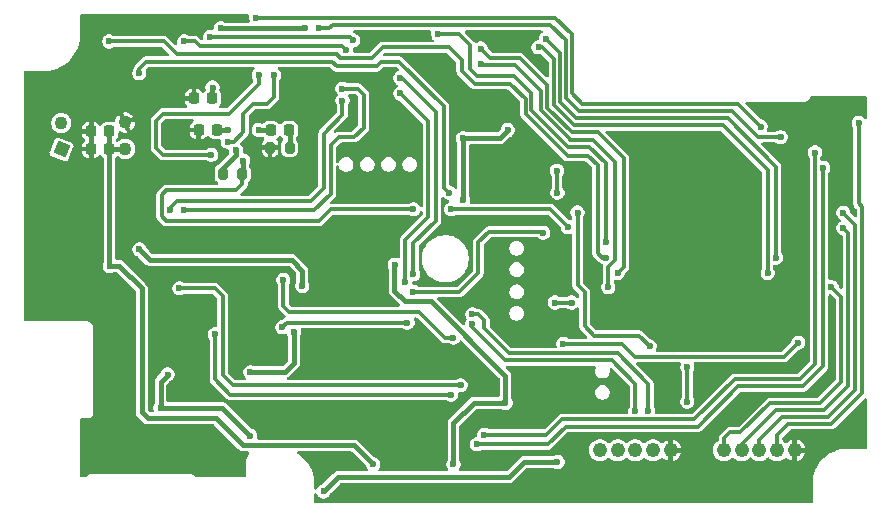
<source format=gbl>
G04 #@! TF.GenerationSoftware,KiCad,Pcbnew,9.0.2*
G04 #@! TF.CreationDate,2025-06-18T11:41:47+09:00*
G04 #@! TF.ProjectId,Work,576f726b-2e6b-4696-9361-645f70636258,rev?*
G04 #@! TF.SameCoordinates,PX4cc5520PY8e93060*
G04 #@! TF.FileFunction,Copper,L2,Bot*
G04 #@! TF.FilePolarity,Positive*
%FSLAX46Y46*%
G04 Gerber Fmt 4.6, Leading zero omitted, Abs format (unit mm)*
G04 Created by KiCad (PCBNEW 9.0.2) date 2025-06-18 11:41:47*
%MOMM*%
%LPD*%
G01*
G04 APERTURE LIST*
G04 Aperture macros list*
%AMRoundRect*
0 Rectangle with rounded corners*
0 $1 Rounding radius*
0 $2 $3 $4 $5 $6 $7 $8 $9 X,Y pos of 4 corners*
0 Add a 4 corners polygon primitive as box body*
4,1,4,$2,$3,$4,$5,$6,$7,$8,$9,$2,$3,0*
0 Add four circle primitives for the rounded corners*
1,1,$1+$1,$2,$3*
1,1,$1+$1,$4,$5*
1,1,$1+$1,$6,$7*
1,1,$1+$1,$8,$9*
0 Add four rect primitives between the rounded corners*
20,1,$1+$1,$2,$3,$4,$5,0*
20,1,$1+$1,$4,$5,$6,$7,0*
20,1,$1+$1,$6,$7,$8,$9,0*
20,1,$1+$1,$8,$9,$2,$3,0*%
%AMRotRect*
0 Rectangle, with rotation*
0 The origin of the aperture is its center*
0 $1 length*
0 $2 width*
0 $3 Rotation angle, in degrees counterclockwise*
0 Add horizontal line*
21,1,$1,$2,0,0,$3*%
G04 Aperture macros list end*
G04 #@! TA.AperFunction,ComponentPad*
%ADD10RotRect,1.100000X1.100000X68.000000*%
G04 #@! TD*
G04 #@! TA.AperFunction,ComponentPad*
%ADD11C,1.100000*%
G04 #@! TD*
G04 #@! TA.AperFunction,ComponentPad*
%ADD12C,1.244600*%
G04 #@! TD*
G04 #@! TA.AperFunction,ComponentPad*
%ADD13C,5.000000*%
G04 #@! TD*
G04 #@! TA.AperFunction,SMDPad,CuDef*
%ADD14RoundRect,0.200000X0.200000X0.275000X-0.200000X0.275000X-0.200000X-0.275000X0.200000X-0.275000X0*%
G04 #@! TD*
G04 #@! TA.AperFunction,SMDPad,CuDef*
%ADD15RoundRect,0.200000X-0.200000X-0.275000X0.200000X-0.275000X0.200000X0.275000X-0.200000X0.275000X0*%
G04 #@! TD*
G04 #@! TA.AperFunction,SMDPad,CuDef*
%ADD16RoundRect,0.225000X-0.225000X-0.250000X0.225000X-0.250000X0.225000X0.250000X-0.225000X0.250000X0*%
G04 #@! TD*
G04 #@! TA.AperFunction,SMDPad,CuDef*
%ADD17RoundRect,0.225000X0.225000X0.250000X-0.225000X0.250000X-0.225000X-0.250000X0.225000X-0.250000X0*%
G04 #@! TD*
G04 #@! TA.AperFunction,ViaPad*
%ADD18C,0.600000*%
G04 #@! TD*
G04 #@! TA.AperFunction,Conductor*
%ADD19C,0.300000*%
G04 #@! TD*
G04 #@! TA.AperFunction,Conductor*
%ADD20C,0.400000*%
G04 #@! TD*
G04 APERTURE END LIST*
D10*
X4412129Y30959066D03*
D11*
X9807377Y31006149D03*
X9787871Y33240934D03*
X4392623Y33193851D03*
D12*
X60500002Y5500000D03*
X62000002Y5500000D03*
X63500001Y5500000D03*
X65000001Y5500000D03*
X66500000Y5500000D03*
X50000002Y5487300D03*
X51500002Y5487300D03*
X53000001Y5487300D03*
X54500001Y5487300D03*
X56000000Y5487300D03*
D13*
X56500000Y26790000D03*
D14*
X23725000Y31100000D03*
X22075000Y31100000D03*
D15*
X18075000Y28900000D03*
X19725000Y28900000D03*
D16*
X16025000Y32600000D03*
X17575000Y32600000D03*
X6925000Y31000000D03*
X8475000Y31000000D03*
D17*
X23675000Y32600000D03*
X22125000Y32600000D03*
D16*
X15625000Y35300000D03*
X17175000Y35300000D03*
X6925000Y32500000D03*
X8475000Y32500000D03*
D18*
X18700000Y5200000D03*
X44500000Y2000000D03*
X34100000Y40300000D03*
X69600000Y13700000D03*
X41000000Y30500000D03*
X13700000Y22600000D03*
X69900000Y23400000D03*
X29000000Y4000000D03*
X69900000Y22200000D03*
X8800000Y4800000D03*
X39500000Y30500000D03*
X34400000Y9300000D03*
X19300000Y22500000D03*
X2200000Y35300000D03*
X28500000Y22400000D03*
X17200000Y5200000D03*
X69000000Y34500000D03*
X25600000Y18300000D03*
X21600000Y13200000D03*
X32900000Y14600000D03*
X41000000Y28500000D03*
X63100000Y14300000D03*
X4500000Y21500000D03*
X27000000Y37200000D03*
X23000000Y13200000D03*
X31500000Y22800000D03*
X17000000Y17500000D03*
X4500000Y19500000D03*
X14400000Y32300000D03*
X39500000Y28500000D03*
X14000000Y16500000D03*
X15500000Y17500000D03*
X16000000Y41000000D03*
X7000000Y19500000D03*
X58900000Y14300000D03*
X9300000Y9100000D03*
X7000000Y17500000D03*
X9500000Y22500000D03*
X64900000Y14300000D03*
X3600000Y36900000D03*
X36000000Y9300000D03*
X18600000Y37200000D03*
X70500000Y27500000D03*
X12500000Y18500000D03*
X17200000Y6900000D03*
X36500000Y14000000D03*
X40100000Y34100000D03*
X44500000Y3500000D03*
X23700000Y37200000D03*
X21100000Y30100000D03*
X19500000Y9500000D03*
X58900000Y12500000D03*
X29100000Y33300000D03*
X16100000Y37200000D03*
X68800000Y10900000D03*
X69600000Y16400000D03*
X43500000Y8500000D03*
X31600000Y6700000D03*
X24500000Y22500000D03*
X35100000Y1900000D03*
X69900000Y21000000D03*
X24400000Y18300000D03*
X27000000Y35600000D03*
X37000000Y18000000D03*
X30600000Y1900000D03*
X32800000Y1900000D03*
X30200000Y22800000D03*
X40500000Y10500000D03*
X42000000Y2000000D03*
X32300000Y40300000D03*
X15600000Y28600000D03*
X13100000Y35000000D03*
X13200000Y32300000D03*
X3100000Y19500000D03*
X43000000Y30500000D03*
X34500000Y14000000D03*
X46900000Y12300000D03*
X47000000Y2000000D03*
X21400000Y9500000D03*
X41000000Y40100000D03*
X7600000Y9100000D03*
X11300000Y27100000D03*
X36500000Y12000000D03*
X35900000Y38700000D03*
X41000000Y25000000D03*
X13600000Y4800000D03*
X55400000Y8900000D03*
X35900000Y37200000D03*
X43000000Y28500000D03*
X30200000Y6700000D03*
X56600000Y14300000D03*
X18100000Y22500000D03*
X34100000Y38700000D03*
X19900000Y37200000D03*
X9700000Y27100000D03*
X13000000Y41000000D03*
X20500000Y22500000D03*
X70500000Y29500000D03*
X19600000Y13200000D03*
X3100000Y17500000D03*
X29100000Y34700000D03*
X22400000Y30100000D03*
X70500000Y31500000D03*
X6100000Y33800000D03*
X3100000Y21500000D03*
X9500000Y18500000D03*
X37400000Y1900000D03*
X34500000Y12000000D03*
X43500000Y10500000D03*
X9500000Y17000000D03*
X2200000Y36900000D03*
X12700000Y28600000D03*
X39500000Y25000000D03*
X70500000Y34500000D03*
X22500000Y22500000D03*
X38500000Y34100000D03*
X31300000Y14600000D03*
X25000000Y37200000D03*
X66500000Y13000000D03*
X25100000Y14300000D03*
X7000000Y21500000D03*
X9500000Y41000000D03*
X41800000Y34100000D03*
X38600000Y18000000D03*
X40500000Y8500000D03*
X12200000Y22600000D03*
X56600000Y8900000D03*
X61200000Y14300000D03*
X26500000Y22500000D03*
X38600000Y23800000D03*
X29400000Y30800000D03*
X47000000Y3500000D03*
X45300000Y10500000D03*
X4500000Y17500000D03*
X25100000Y13200000D03*
X10900000Y36200000D03*
X20400000Y12100000D03*
X20400000Y6700000D03*
X13400000Y11900000D03*
X26600000Y2000000D03*
X12800000Y9100000D03*
X46400000Y4500000D03*
X24100000Y15500000D03*
X38400000Y26700000D03*
X42200000Y32600000D03*
X38400000Y31900000D03*
X25000000Y41200000D03*
X17200000Y36200000D03*
X37600000Y4300000D03*
X19200000Y30900000D03*
X42000000Y9500000D03*
X17900000Y41200000D03*
X30800000Y4300000D03*
X8500000Y21100000D03*
X32625000Y21200000D03*
X46200000Y18000000D03*
X23200000Y19900000D03*
X37600000Y15025000D03*
X46360599Y29164239D03*
X47600000Y18000000D03*
X46400000Y27300000D03*
X23100000Y15900000D03*
X46900000Y14500000D03*
X45200000Y23900000D03*
X33700000Y16300000D03*
X66800000Y14600000D03*
X34200000Y18900000D03*
X40200000Y6800000D03*
X14400000Y19200000D03*
X68200000Y30700000D03*
X38200000Y11000000D03*
X57400000Y9600000D03*
X57400000Y12500000D03*
X21100000Y32600000D03*
X68900000Y29400000D03*
X39600000Y6000000D03*
X17400000Y15300000D03*
X37400000Y10200000D03*
X54200000Y14300000D03*
X48100000Y25620000D03*
X71900000Y33200000D03*
X70600000Y25600000D03*
X70600000Y24300000D03*
X69600000Y19300000D03*
X29100000Y40200000D03*
X17000000Y40500000D03*
X14800000Y40100000D03*
X28500000Y39400000D03*
X24800000Y19400000D03*
X11000000Y22500000D03*
X17100000Y30500000D03*
X21100000Y37250000D03*
X63600000Y32900000D03*
X20900000Y42100000D03*
X18500000Y31600000D03*
X22400000Y37250000D03*
X65300000Y32000000D03*
X26200000Y41200000D03*
X10985000Y37400000D03*
X37200000Y27300000D03*
X44800000Y39600000D03*
X64200000Y20500000D03*
X64900000Y21800000D03*
X45400000Y40300000D03*
X14800000Y25800000D03*
X33100000Y37000000D03*
X54100000Y8800000D03*
X39200000Y17000000D03*
X28200000Y36100000D03*
X34200000Y20400000D03*
X33100000Y35700000D03*
X28200000Y35100000D03*
X53000000Y8800000D03*
X39200000Y16200000D03*
X33500000Y19700000D03*
X13600000Y25800000D03*
X50500000Y21800000D03*
X8445000Y40100000D03*
X36300000Y40700000D03*
X50500000Y23100000D03*
X39900000Y38235000D03*
X50700000Y19300000D03*
X39900000Y39505000D03*
X51500000Y20500000D03*
X18500000Y32600000D03*
X19800000Y30000000D03*
X47300000Y24400000D03*
X37400000Y25900000D03*
X34200000Y25900000D03*
D19*
X16025000Y32600000D02*
X14700000Y32600000D01*
X14700000Y32600000D02*
X14400000Y32300000D01*
X15625000Y35300000D02*
X15625000Y36725000D01*
X15625000Y36725000D02*
X16100000Y37200000D01*
D20*
X42300000Y3200000D02*
X43600000Y4500000D01*
X43600000Y4500000D02*
X46400000Y4500000D01*
X27800000Y3200000D02*
X42300000Y3200000D01*
X12800000Y9100000D02*
X12800000Y11300000D01*
X20400000Y12100000D02*
X23300000Y12100000D01*
X12800000Y9100000D02*
X18000000Y9100000D01*
X12800000Y11300000D02*
X13400000Y11900000D01*
X23300000Y12100000D02*
X24100000Y12900000D01*
X24100000Y12900000D02*
X24100000Y15500000D01*
X26600000Y2000000D02*
X27800000Y3200000D01*
X18000000Y9100000D02*
X20400000Y6700000D01*
X8500000Y21100000D02*
X8475000Y21125000D01*
X17900000Y41200000D02*
X25000000Y41200000D01*
X8475000Y31000000D02*
X8475000Y32500000D01*
X37600000Y7800000D02*
X37600000Y4300000D01*
X38400000Y31900000D02*
X38400000Y26700000D01*
X33500000Y18100000D02*
X32600000Y19000000D01*
X18075000Y29375000D02*
X18075000Y28900000D01*
X42000000Y11800000D02*
X35700000Y18100000D01*
X39300000Y9500000D02*
X37600000Y7800000D01*
X32600000Y19000000D02*
X32600000Y21175000D01*
X8475000Y21125000D02*
X8475000Y31000000D01*
X19200000Y30900000D02*
X19200000Y30500000D01*
X35700000Y18100000D02*
X33500000Y18100000D01*
X11200000Y19200000D02*
X9300000Y21100000D01*
X9300000Y21100000D02*
X8500000Y21100000D01*
X9807377Y31006149D02*
X8481149Y31006149D01*
X41500000Y31900000D02*
X38400000Y31900000D01*
X42000000Y9500000D02*
X42000000Y11800000D01*
X42200000Y32600000D02*
X41500000Y31900000D01*
X8481149Y31006149D02*
X8475000Y31000000D01*
X11700000Y8200000D02*
X11200000Y8700000D01*
X29200000Y5900000D02*
X19800000Y5900000D01*
X11200000Y8700000D02*
X11200000Y19200000D01*
X17500000Y8200000D02*
X11700000Y8200000D01*
X32600000Y21175000D02*
X32625000Y21200000D01*
X17175000Y36175000D02*
X17200000Y36200000D01*
X19200000Y30500000D02*
X18075000Y29375000D01*
X17175000Y35300000D02*
X17175000Y36175000D01*
X19800000Y5900000D02*
X17500000Y8200000D01*
X30800000Y4300000D02*
X29200000Y5900000D01*
X42000000Y9500000D02*
X39300000Y9500000D01*
D19*
X23700000Y17200000D02*
X23200000Y17700000D01*
X47600000Y18000000D02*
X46200000Y18000000D01*
X46360599Y27339401D02*
X46400000Y27300000D01*
X36875000Y15025000D02*
X34700000Y17200000D01*
X46360599Y29164239D02*
X46360599Y27339401D01*
X37600000Y15025000D02*
X36875000Y15025000D01*
X23200000Y17700000D02*
X23200000Y19900000D01*
X34700000Y17200000D02*
X23700000Y17200000D01*
X46900000Y14500000D02*
X51900000Y14500000D01*
X40600000Y24000000D02*
X45100000Y24000000D01*
X33700000Y16300000D02*
X23500000Y16300000D01*
X34200000Y18900000D02*
X38100000Y18900000D01*
X38100000Y18900000D02*
X39700000Y20500000D01*
X65600000Y13400000D02*
X66800000Y14600000D01*
X39700000Y23100000D02*
X40600000Y24000000D01*
X53000000Y13400000D02*
X65600000Y13400000D01*
X23500000Y16300000D02*
X23100000Y15900000D01*
X51900000Y14500000D02*
X53000000Y13400000D01*
X45100000Y24000000D02*
X45200000Y23900000D01*
X39700000Y20500000D02*
X39700000Y23100000D01*
X40200000Y6800000D02*
X45472826Y6800000D01*
X58000000Y8100000D02*
X61400000Y11500000D01*
X46772826Y8100000D02*
X58000000Y8100000D01*
X66900000Y11500000D02*
X68200000Y12800000D01*
X45472826Y6800000D02*
X46772826Y8100000D01*
X17400000Y19200000D02*
X18051000Y18549000D01*
X18900000Y11000000D02*
X38200000Y11000000D01*
X18051000Y18549000D02*
X18051000Y11849000D01*
X61400000Y11500000D02*
X66900000Y11500000D01*
X18051000Y11849000D02*
X18900000Y11000000D01*
X14400000Y19200000D02*
X17400000Y19200000D01*
X68200000Y12800000D02*
X68200000Y30700000D01*
X57400000Y9600000D02*
X57400000Y12500000D01*
D20*
X21100000Y32600000D02*
X22125000Y32600000D01*
D19*
X68900000Y12600000D02*
X68900000Y29400000D01*
X47100000Y7500000D02*
X58300000Y7500000D01*
X67200000Y10900000D02*
X68900000Y12600000D01*
X39600000Y6000000D02*
X45600000Y6000000D01*
X17400000Y11500000D02*
X18700000Y10200000D01*
X18700000Y10200000D02*
X37400000Y10200000D01*
X17400000Y15300000D02*
X17400000Y11500000D01*
X45600000Y6000000D02*
X47100000Y7500000D01*
X58300000Y7500000D02*
X61700000Y10900000D01*
X61700000Y10900000D02*
X67200000Y10900000D01*
X49500000Y15200000D02*
X53300000Y15200000D01*
X48700000Y18900000D02*
X48700000Y16000000D01*
X48100000Y19500000D02*
X48700000Y18900000D01*
X48100000Y25620000D02*
X48100000Y19500000D01*
X53300000Y15200000D02*
X54200000Y14300000D01*
X48700000Y16000000D02*
X49500000Y15200000D01*
X71900000Y26400000D02*
X71900000Y33200000D01*
X69600000Y7700000D02*
X72200000Y10300000D01*
X65000001Y6800001D02*
X65900000Y7700000D01*
X65000001Y5500000D02*
X65000001Y6800001D01*
X72200000Y10300000D02*
X72200000Y26100000D01*
X65900000Y7700000D02*
X69600000Y7700000D01*
X72200000Y26100000D02*
X71900000Y26400000D01*
X65400000Y8300000D02*
X69300000Y8300000D01*
X63500001Y5500000D02*
X63500001Y6400001D01*
X69300000Y8300000D02*
X71600000Y10600000D01*
X63500001Y6400001D02*
X65400000Y8300000D01*
X71600000Y10600000D02*
X71600000Y24600000D01*
X71600000Y24600000D02*
X70600000Y25600000D01*
X71000000Y10900000D02*
X69000000Y8900000D01*
X62000002Y6000002D02*
X62000002Y5500000D01*
X71000000Y23900000D02*
X71000000Y10900000D01*
X69000000Y8900000D02*
X64900000Y8900000D01*
X70600000Y24300000D02*
X71000000Y23900000D01*
X64900000Y8900000D02*
X62000002Y6000002D01*
X61000000Y7000000D02*
X60500002Y6500002D01*
X64400000Y9500000D02*
X61900000Y7000000D01*
X69600000Y19300000D02*
X70398000Y18502000D01*
X61900000Y7000000D02*
X61000000Y7000000D01*
X68600000Y9500000D02*
X64400000Y9500000D01*
X60500002Y6500002D02*
X60500002Y5500000D01*
X70398000Y11298000D02*
X68600000Y9500000D01*
X70398000Y18502000D02*
X70398000Y11298000D01*
X17000000Y40500000D02*
X28800000Y40500000D01*
X28800000Y40500000D02*
X29100000Y40200000D01*
X15700000Y40100000D02*
X14800000Y40100000D01*
X16100000Y39700000D02*
X15700000Y40100000D01*
X28500000Y39400000D02*
X28200000Y39700000D01*
X28200000Y39700000D02*
X16100000Y39700000D01*
D20*
X23900000Y21600000D02*
X11900000Y21600000D01*
X24800000Y20700000D02*
X23900000Y21600000D01*
X24800000Y19400000D02*
X24800000Y20700000D01*
X11900000Y21600000D02*
X11000000Y22500000D01*
D19*
X18600000Y34000000D02*
X13000000Y34000000D01*
X47600000Y35700000D02*
X47600000Y40700000D01*
X46200000Y42100000D02*
X20900000Y42100000D01*
X21100000Y37250000D02*
X21100000Y36500000D01*
X12400000Y31100000D02*
X13000000Y30500000D01*
X12400000Y33400000D02*
X12400000Y31100000D01*
X63600000Y32900000D02*
X61695740Y34804260D01*
X48495740Y34804260D02*
X47600000Y35700000D01*
X21100000Y36500000D02*
X18600000Y34000000D01*
X13000000Y34000000D02*
X12400000Y33400000D01*
X61695740Y34804260D02*
X48495740Y34804260D01*
X13000000Y30500000D02*
X17100000Y30500000D01*
X47600000Y40700000D02*
X46200000Y42100000D01*
X21800000Y34800000D02*
X20600000Y34800000D01*
X19000000Y31600000D02*
X18500000Y31600000D01*
X48200000Y34200000D02*
X61200000Y34200000D01*
X63400000Y32000000D02*
X65300000Y32000000D01*
X22400000Y35400000D02*
X21800000Y34800000D01*
X27400000Y41500000D02*
X45800000Y41500000D01*
X22400000Y37250000D02*
X22400000Y35400000D01*
X19800000Y32400000D02*
X19000000Y31600000D01*
X45800000Y41500000D02*
X47100000Y40200000D01*
X47100000Y40200000D02*
X47100000Y35300000D01*
X26200000Y41200000D02*
X27100000Y41200000D01*
X61200000Y34200000D02*
X63400000Y32000000D01*
X27100000Y41200000D02*
X27400000Y41500000D01*
X19800000Y34000000D02*
X19800000Y32400000D01*
X20600000Y34800000D02*
X19800000Y34000000D01*
X47100000Y35300000D02*
X48200000Y34200000D01*
X10985000Y37785000D02*
X11600000Y38400000D01*
X27700000Y38000000D02*
X31100000Y38000000D01*
X10985000Y37400000D02*
X10985000Y37785000D01*
X31100000Y38000000D02*
X31500000Y38400000D01*
X11600000Y38400000D02*
X27300000Y38400000D01*
X36800000Y34600000D02*
X36800000Y27700000D01*
X36800000Y27700000D02*
X37200000Y27300000D01*
X31500000Y38400000D02*
X33000000Y38400000D01*
X27300000Y38400000D02*
X27700000Y38000000D01*
X33000000Y38400000D02*
X36800000Y34600000D01*
X46100000Y34700000D02*
X47800000Y33000000D01*
X44800000Y39600000D02*
X45100000Y39600000D01*
X60400000Y33000000D02*
X64200000Y29200000D01*
X45100000Y39600000D02*
X46100000Y38600000D01*
X64200000Y29200000D02*
X64200000Y20500000D01*
X47800000Y33000000D02*
X60400000Y33000000D01*
X46100000Y38600000D02*
X46100000Y34700000D01*
X64900000Y29500000D02*
X64900000Y21800000D01*
X48000000Y33600000D02*
X60800000Y33600000D01*
X46600000Y35000000D02*
X48000000Y33600000D01*
X46600000Y39100000D02*
X46600000Y35000000D01*
X60800000Y33600000D02*
X64900000Y29500000D01*
X45400000Y40300000D02*
X46600000Y39100000D01*
X40200000Y15800000D02*
X40200000Y16500000D01*
X33200000Y37000000D02*
X36100000Y34100000D01*
X34200000Y23000000D02*
X34200000Y20400000D01*
X25800000Y25800000D02*
X14800000Y25800000D01*
X39700000Y17000000D02*
X39200000Y17000000D01*
X28200000Y36100000D02*
X29500000Y36100000D01*
X29500000Y36100000D02*
X30000000Y35600000D01*
X36100000Y24900000D02*
X34200000Y23000000D01*
X33100000Y37000000D02*
X33200000Y37000000D01*
X30000000Y32800000D02*
X29200000Y32000000D01*
X54100000Y8800000D02*
X54100000Y11100000D01*
X54100000Y11100000D02*
X51500000Y13700000D01*
X29200000Y32000000D02*
X27900000Y32000000D01*
X51500000Y13700000D02*
X42300000Y13700000D01*
X27200000Y31300000D02*
X27200000Y27200000D01*
X36100000Y34100000D02*
X36100000Y24900000D01*
X27900000Y32000000D02*
X27200000Y31300000D01*
X42300000Y13700000D02*
X40200000Y15800000D01*
X30000000Y35600000D02*
X30000000Y32800000D01*
X40200000Y16500000D02*
X39700000Y17000000D01*
X27200000Y27200000D02*
X25800000Y25800000D01*
X53000000Y11100000D02*
X51000000Y13100000D01*
X25500000Y26600000D02*
X14200000Y26600000D01*
X33100000Y35700000D02*
X35451000Y33349000D01*
X26600000Y27700000D02*
X25500000Y26600000D01*
X42000000Y13100000D02*
X39200000Y15900000D01*
X35451000Y25251000D02*
X33500000Y23300000D01*
X26600000Y32300000D02*
X26600000Y27700000D01*
X53000000Y8800000D02*
X53000000Y11100000D01*
X28200000Y35100000D02*
X28200000Y33900000D01*
X33500000Y23300000D02*
X33500000Y19700000D01*
X39200000Y15900000D02*
X39200000Y16200000D01*
X13600000Y26000000D02*
X13600000Y25800000D01*
X35451000Y33349000D02*
X35451000Y25251000D01*
X51000000Y13100000D02*
X42000000Y13100000D01*
X14200000Y26600000D02*
X13600000Y26000000D01*
X28200000Y33900000D02*
X26600000Y32300000D01*
X30700000Y38700000D02*
X31600000Y39600000D01*
X38300000Y38500000D02*
X38300000Y37600000D01*
X27700000Y39000000D02*
X28000000Y38700000D01*
X38300000Y37600000D02*
X39400000Y36500000D01*
X50200000Y21800000D02*
X50500000Y21800000D01*
X37200000Y39600000D02*
X38300000Y38500000D01*
X43700000Y33975000D02*
X47275000Y30400000D01*
X42400000Y36500000D02*
X43700000Y35200000D01*
X49800000Y29600000D02*
X49800000Y22200000D01*
X39400000Y36500000D02*
X42400000Y36500000D01*
X31600000Y39600000D02*
X37200000Y39600000D01*
X47275000Y30400000D02*
X49000000Y30400000D01*
X49800000Y22200000D02*
X50200000Y21800000D01*
X13100000Y40100000D02*
X14200000Y39000000D01*
X49000000Y30400000D02*
X49800000Y29600000D01*
X14200000Y39000000D02*
X27700000Y39000000D01*
X28000000Y38700000D02*
X30700000Y38700000D01*
X8445000Y40100000D02*
X13100000Y40100000D01*
X43700000Y35200000D02*
X43700000Y33975000D01*
X39000000Y39800000D02*
X39000000Y37800000D01*
X44200000Y35700000D02*
X44200000Y34273510D01*
X39000000Y37800000D02*
X39600000Y37200000D01*
X36300000Y40700000D02*
X38100000Y40700000D01*
X49100000Y31200000D02*
X50500000Y29800000D01*
X50500000Y29800000D02*
X50500000Y23100000D01*
X47273510Y31200000D02*
X49100000Y31200000D01*
X39600000Y37200000D02*
X42700000Y37200000D01*
X44200000Y34273510D02*
X47273510Y31200000D01*
X42700000Y37200000D02*
X44200000Y35700000D01*
X38100000Y40700000D02*
X39000000Y39800000D01*
X50700000Y21000000D02*
X50700000Y19300000D01*
X51300000Y21600000D02*
X50700000Y21000000D01*
X40035000Y38100000D02*
X42800000Y38100000D01*
X44999000Y34292480D02*
X47392480Y31899000D01*
X49400000Y31800000D02*
X51300000Y29900000D01*
X39900000Y38235000D02*
X40035000Y38100000D01*
X42800000Y38100000D02*
X44999000Y35901000D01*
X47401000Y31899000D02*
X47500000Y31800000D01*
X47500000Y31800000D02*
X49400000Y31800000D01*
X51300000Y29900000D02*
X51300000Y21600000D01*
X44999000Y35901000D02*
X44999000Y34292480D01*
X47392480Y31899000D02*
X47401000Y31899000D01*
X49800000Y32400000D02*
X52000000Y30200000D01*
X45500000Y34500000D02*
X47600000Y32400000D01*
X52000000Y30200000D02*
X52000000Y21000000D01*
X43200000Y38700000D02*
X45500000Y36400000D01*
X39900000Y39500000D02*
X40700000Y38700000D01*
X47600000Y32400000D02*
X49800000Y32400000D01*
X40700000Y38700000D02*
X43200000Y38700000D01*
X45500000Y36400000D02*
X45500000Y34500000D01*
X39900000Y39505000D02*
X39900000Y39500000D01*
X52000000Y21000000D02*
X51500000Y20500000D01*
D20*
X17575000Y32600000D02*
X18500000Y32600000D01*
D19*
X34200000Y25900000D02*
X27200000Y25900000D01*
D20*
X19800000Y28975000D02*
X19725000Y28900000D01*
X19800000Y30000000D02*
X19800000Y28975000D01*
D19*
X19725000Y28025000D02*
X19725000Y28900000D01*
X47300000Y24400000D02*
X45800000Y25900000D01*
X45800000Y25900000D02*
X37400000Y25900000D01*
X26200000Y24900000D02*
X13300000Y24900000D01*
X19200000Y27500000D02*
X19725000Y28025000D01*
X27200000Y25900000D02*
X26200000Y24900000D01*
X13300000Y27500000D02*
X19200000Y27500000D01*
X13300000Y24900000D02*
X12900000Y25300000D01*
X12900000Y27100000D02*
X13300000Y27500000D01*
X12900000Y25300000D02*
X12900000Y27100000D01*
D20*
X23725000Y32550000D02*
X23675000Y32600000D01*
X23725000Y31100000D02*
X23725000Y32550000D01*
G04 #@! TA.AperFunction,Conductor*
G36*
X69487849Y18705692D02*
G01*
X69492147Y18706309D01*
X69498681Y18704969D01*
X69500278Y18704862D01*
X69503438Y18704191D01*
X69520943Y18699500D01*
X69525507Y18699500D01*
X69537694Y18696910D01*
X69564326Y18682533D01*
X69591996Y18670293D01*
X69594759Y18666104D01*
X69599177Y18663719D01*
X69599597Y18663300D01*
X69911181Y18351716D01*
X69944666Y18290393D01*
X69947500Y18264035D01*
X69947500Y11535965D01*
X69927815Y11468926D01*
X69911181Y11448284D01*
X68449716Y9986819D01*
X68388393Y9953334D01*
X68362035Y9950500D01*
X64340691Y9950500D01*
X64250325Y9926287D01*
X64250324Y9926288D01*
X64226116Y9919801D01*
X64226113Y9919800D01*
X64123386Y9860489D01*
X64123383Y9860487D01*
X61749716Y7486819D01*
X61688393Y7453334D01*
X61662035Y7450500D01*
X60940691Y7450500D01*
X60850325Y7426287D01*
X60850324Y7426288D01*
X60826116Y7419801D01*
X60826113Y7419800D01*
X60723386Y7360489D01*
X60723383Y7360487D01*
X60139515Y6776619D01*
X60139511Y6776613D01*
X60080203Y6673890D01*
X60080202Y6673885D01*
X60049502Y6559311D01*
X60049502Y6375109D01*
X60029817Y6308070D01*
X59994394Y6272007D01*
X59911747Y6216784D01*
X59783218Y6088255D01*
X59783212Y6088247D01*
X59682233Y5937121D01*
X59682223Y5937103D01*
X59612665Y5769173D01*
X59612663Y5769165D01*
X59577202Y5590891D01*
X59577202Y5590888D01*
X59577202Y5409112D01*
X59577202Y5409110D01*
X59577201Y5409110D01*
X59612663Y5230836D01*
X59612665Y5230828D01*
X59682223Y5062898D01*
X59682233Y5062880D01*
X59783212Y4911754D01*
X59783218Y4911746D01*
X59911747Y4783217D01*
X59911755Y4783211D01*
X60062881Y4682232D01*
X60062884Y4682231D01*
X60062892Y4682225D01*
X60062898Y4682223D01*
X60062899Y4682222D01*
X60124940Y4656524D01*
X60230831Y4612663D01*
X60267661Y4605337D01*
X60409111Y4577200D01*
X60409114Y4577200D01*
X60590892Y4577200D01*
X60702576Y4599416D01*
X60769173Y4612663D01*
X60937112Y4682225D01*
X61088253Y4783214D01*
X61097725Y4792686D01*
X61162321Y4857281D01*
X61223644Y4890766D01*
X61293336Y4885782D01*
X61337683Y4857281D01*
X61411747Y4783217D01*
X61411755Y4783211D01*
X61562881Y4682232D01*
X61562884Y4682231D01*
X61562892Y4682225D01*
X61562898Y4682223D01*
X61562899Y4682222D01*
X61624940Y4656524D01*
X61730831Y4612663D01*
X61767661Y4605337D01*
X61909111Y4577200D01*
X61909114Y4577200D01*
X62090892Y4577200D01*
X62202576Y4599416D01*
X62269173Y4612663D01*
X62437112Y4682225D01*
X62588253Y4783214D01*
X62662321Y4857283D01*
X62723642Y4890766D01*
X62793334Y4885782D01*
X62837682Y4857281D01*
X62911746Y4783217D01*
X62911754Y4783211D01*
X63062880Y4682232D01*
X63062883Y4682231D01*
X63062891Y4682225D01*
X63062897Y4682223D01*
X63062898Y4682222D01*
X63124939Y4656524D01*
X63230830Y4612663D01*
X63267660Y4605337D01*
X63409110Y4577200D01*
X63409113Y4577200D01*
X63590891Y4577200D01*
X63702575Y4599416D01*
X63769172Y4612663D01*
X63937111Y4682225D01*
X64088252Y4783214D01*
X64097724Y4792686D01*
X64162320Y4857281D01*
X64223643Y4890766D01*
X64293335Y4885782D01*
X64337682Y4857281D01*
X64411746Y4783217D01*
X64411754Y4783211D01*
X64562880Y4682232D01*
X64562883Y4682231D01*
X64562891Y4682225D01*
X64562897Y4682223D01*
X64562898Y4682222D01*
X64624939Y4656524D01*
X64730830Y4612663D01*
X64767660Y4605337D01*
X64909110Y4577200D01*
X64909113Y4577200D01*
X65090891Y4577200D01*
X65202575Y4599416D01*
X65269172Y4612663D01*
X65437111Y4682225D01*
X65588252Y4783214D01*
X65662674Y4857637D01*
X65723995Y4891120D01*
X65793687Y4886136D01*
X65838035Y4857635D01*
X65912064Y4783606D01*
X65912068Y4783603D01*
X66063129Y4682667D01*
X66063131Y4682666D01*
X66230971Y4613145D01*
X66230976Y4613144D01*
X66300000Y4599415D01*
X66300000Y5190195D01*
X66357842Y5156799D01*
X66451512Y5131700D01*
X66548488Y5131700D01*
X66642158Y5156799D01*
X66700000Y5190195D01*
X66700000Y4599416D01*
X66769023Y4613144D01*
X66769028Y4613145D01*
X66936868Y4682666D01*
X66936870Y4682667D01*
X67087931Y4783603D01*
X67087935Y4783606D01*
X67216394Y4912065D01*
X67216397Y4912069D01*
X67317333Y5063129D01*
X67386856Y5230975D01*
X67386858Y5230983D01*
X67400587Y5300000D01*
X66809806Y5300000D01*
X66843201Y5357842D01*
X66868300Y5451512D01*
X66868300Y5548488D01*
X66843201Y5642158D01*
X66809806Y5700000D01*
X67400587Y5700000D01*
X67400587Y5700001D01*
X67386858Y5769018D01*
X67386856Y5769026D01*
X67317333Y5936872D01*
X67216397Y6087932D01*
X67216394Y6087936D01*
X67087935Y6216395D01*
X67087931Y6216398D01*
X66936871Y6317334D01*
X66769025Y6386857D01*
X66769017Y6386859D01*
X66700000Y6400588D01*
X66700000Y5809806D01*
X66642158Y5843201D01*
X66548488Y5868300D01*
X66451512Y5868300D01*
X66357842Y5843201D01*
X66300000Y5809806D01*
X66300000Y6400587D01*
X66299999Y6400588D01*
X66230982Y6386859D01*
X66230974Y6386857D01*
X66063128Y6317334D01*
X65912068Y6216398D01*
X65838035Y6142365D01*
X65835379Y6140915D01*
X65833806Y6138331D01*
X65804904Y6124275D01*
X65776711Y6108881D01*
X65773694Y6109097D01*
X65770973Y6107773D01*
X65739061Y6111575D01*
X65707020Y6113866D01*
X65703690Y6115788D01*
X65701593Y6116037D01*
X65691935Y6122570D01*
X65671448Y6134392D01*
X65666867Y6138171D01*
X65588252Y6216786D01*
X65500419Y6275475D01*
X65495595Y6279454D01*
X65479362Y6303415D01*
X65460805Y6325620D01*
X65459246Y6333107D01*
X65456406Y6337299D01*
X65456146Y6347994D01*
X65450501Y6375109D01*
X65450501Y6562036D01*
X65470186Y6629075D01*
X65486820Y6649717D01*
X66050285Y7213181D01*
X66111608Y7246666D01*
X66137966Y7249500D01*
X69659308Y7249500D01*
X69659309Y7249500D01*
X69749673Y7273714D01*
X69773887Y7280201D01*
X69876614Y7339511D01*
X72387819Y9850716D01*
X72449142Y9884201D01*
X72518834Y9879217D01*
X72574767Y9837345D01*
X72599184Y9771881D01*
X72599500Y9763035D01*
X72599500Y5724500D01*
X72579815Y5657461D01*
X72527011Y5611706D01*
X72475500Y5600500D01*
X70737107Y5600500D01*
X70413395Y5564026D01*
X70413379Y5564024D01*
X70095773Y5491533D01*
X70095761Y5491529D01*
X69788274Y5383934D01*
X69494765Y5242587D01*
X69218920Y5069262D01*
X68964217Y4866144D01*
X68733856Y4635783D01*
X68530738Y4381080D01*
X68357413Y4105235D01*
X68216066Y3811726D01*
X68108471Y3504239D01*
X68108467Y3504227D01*
X68035976Y3186621D01*
X68035974Y3186605D01*
X67999500Y2862894D01*
X67999500Y1124500D01*
X67979815Y1057461D01*
X67927011Y1011706D01*
X67875500Y1000500D01*
X25924500Y1000500D01*
X25857461Y1020185D01*
X25811706Y1072989D01*
X25800500Y1124500D01*
X25800500Y1724052D01*
X25820185Y1791091D01*
X25872989Y1836846D01*
X25942147Y1846790D01*
X26005703Y1817765D01*
X26036357Y1775253D01*
X26036359Y1775254D01*
X26036368Y1775237D01*
X26039062Y1771502D01*
X26040424Y1768212D01*
X26119475Y1631291D01*
X26119479Y1631286D01*
X26119480Y1631284D01*
X26231284Y1519480D01*
X26231286Y1519479D01*
X26231290Y1519476D01*
X26368209Y1440427D01*
X26368216Y1440423D01*
X26520943Y1399500D01*
X26520945Y1399500D01*
X26679055Y1399500D01*
X26679057Y1399500D01*
X26831784Y1440423D01*
X26968716Y1519480D01*
X27080520Y1631284D01*
X27159577Y1768216D01*
X27181558Y1850252D01*
X27213649Y1905837D01*
X27970994Y2663181D01*
X28032317Y2696666D01*
X28058675Y2699500D01*
X42365890Y2699500D01*
X42365892Y2699500D01*
X42493186Y2733608D01*
X42607314Y2799500D01*
X43770995Y3963181D01*
X43832318Y3996666D01*
X43858676Y3999500D01*
X46032666Y3999500D01*
X46094665Y3982888D01*
X46168216Y3940423D01*
X46320943Y3899500D01*
X46320945Y3899500D01*
X46479055Y3899500D01*
X46479057Y3899500D01*
X46631784Y3940423D01*
X46768716Y4019480D01*
X46880520Y4131284D01*
X46959577Y4268216D01*
X47000500Y4420943D01*
X47000500Y4579057D01*
X46959577Y4731784D01*
X46937218Y4770512D01*
X46880524Y4868710D01*
X46880518Y4868718D01*
X46768717Y4980519D01*
X46768709Y4980525D01*
X46631790Y5059574D01*
X46631786Y5059576D01*
X46631784Y5059577D01*
X46479057Y5100500D01*
X46320943Y5100500D01*
X46168216Y5059577D01*
X46168213Y5059576D01*
X46094666Y5017113D01*
X46032666Y5000500D01*
X43534108Y5000500D01*
X43406812Y4966392D01*
X43292686Y4900500D01*
X43292683Y4900498D01*
X42129005Y3736819D01*
X42067682Y3703334D01*
X42041324Y3700500D01*
X38149098Y3700500D01*
X38082059Y3720185D01*
X38036304Y3772989D01*
X38026360Y3842147D01*
X38055385Y3905703D01*
X38061417Y3912181D01*
X38080520Y3931284D01*
X38159577Y4068216D01*
X38200500Y4220943D01*
X38200500Y4379057D01*
X38159577Y4531784D01*
X38120215Y4599962D01*
X38117112Y4605337D01*
X38100500Y4667336D01*
X38100500Y5396410D01*
X49077201Y5396410D01*
X49112663Y5218136D01*
X49112665Y5218128D01*
X49182223Y5050198D01*
X49182233Y5050180D01*
X49283212Y4899054D01*
X49283218Y4899046D01*
X49411747Y4770517D01*
X49411755Y4770511D01*
X49562881Y4669532D01*
X49562884Y4669531D01*
X49562892Y4669525D01*
X49562898Y4669523D01*
X49562899Y4669522D01*
X49568177Y4667336D01*
X49730831Y4599963D01*
X49774486Y4591280D01*
X49909111Y4564500D01*
X49909114Y4564500D01*
X50090892Y4564500D01*
X50202576Y4586716D01*
X50269173Y4599963D01*
X50437112Y4669525D01*
X50588253Y4770514D01*
X50610425Y4792686D01*
X50662321Y4844581D01*
X50723644Y4878066D01*
X50793336Y4873082D01*
X50837683Y4844581D01*
X50911747Y4770517D01*
X50911755Y4770511D01*
X51062881Y4669532D01*
X51062884Y4669531D01*
X51062892Y4669525D01*
X51062898Y4669523D01*
X51062899Y4669522D01*
X51068177Y4667336D01*
X51230831Y4599963D01*
X51274486Y4591280D01*
X51409111Y4564500D01*
X51409114Y4564500D01*
X51590892Y4564500D01*
X51702576Y4586716D01*
X51769173Y4599963D01*
X51937112Y4669525D01*
X52088253Y4770514D01*
X52162321Y4844583D01*
X52223642Y4878066D01*
X52293334Y4873082D01*
X52337682Y4844581D01*
X52411746Y4770517D01*
X52411754Y4770511D01*
X52562880Y4669532D01*
X52562883Y4669531D01*
X52562891Y4669525D01*
X52562897Y4669523D01*
X52562898Y4669522D01*
X52568176Y4667336D01*
X52730830Y4599963D01*
X52774485Y4591280D01*
X52909110Y4564500D01*
X52909113Y4564500D01*
X53090891Y4564500D01*
X53202575Y4586716D01*
X53269172Y4599963D01*
X53437111Y4669525D01*
X53588252Y4770514D01*
X53610424Y4792686D01*
X53662320Y4844581D01*
X53723643Y4878066D01*
X53793335Y4873082D01*
X53837682Y4844581D01*
X53911746Y4770517D01*
X53911754Y4770511D01*
X54062880Y4669532D01*
X54062883Y4669531D01*
X54062891Y4669525D01*
X54062897Y4669523D01*
X54062898Y4669522D01*
X54068176Y4667336D01*
X54230830Y4599963D01*
X54274485Y4591280D01*
X54409110Y4564500D01*
X54409113Y4564500D01*
X54590891Y4564500D01*
X54702575Y4586716D01*
X54769172Y4599963D01*
X54937111Y4669525D01*
X55088252Y4770514D01*
X55162674Y4844937D01*
X55223995Y4878420D01*
X55293687Y4873436D01*
X55338035Y4844935D01*
X55412064Y4770906D01*
X55412068Y4770903D01*
X55563129Y4669967D01*
X55563131Y4669966D01*
X55730971Y4600445D01*
X55730976Y4600444D01*
X55800000Y4586715D01*
X55800000Y5177495D01*
X55857842Y5144099D01*
X55951512Y5119000D01*
X56048488Y5119000D01*
X56142158Y5144099D01*
X56200000Y5177495D01*
X56200000Y4586716D01*
X56269023Y4600444D01*
X56269028Y4600445D01*
X56436868Y4669966D01*
X56436870Y4669967D01*
X56587931Y4770903D01*
X56587935Y4770906D01*
X56716394Y4899365D01*
X56716397Y4899369D01*
X56817333Y5050429D01*
X56886856Y5218275D01*
X56886858Y5218283D01*
X56900587Y5287300D01*
X56309806Y5287300D01*
X56343201Y5345142D01*
X56368300Y5438812D01*
X56368300Y5535788D01*
X56343201Y5629458D01*
X56309806Y5687300D01*
X56900587Y5687300D01*
X56900587Y5687301D01*
X56886858Y5756318D01*
X56886856Y5756326D01*
X56817333Y5924172D01*
X56716397Y6075232D01*
X56716394Y6075236D01*
X56587935Y6203695D01*
X56587931Y6203698D01*
X56436871Y6304634D01*
X56269025Y6374157D01*
X56269017Y6374159D01*
X56200000Y6387888D01*
X56200000Y5797106D01*
X56142158Y5830501D01*
X56048488Y5855600D01*
X55951512Y5855600D01*
X55857842Y5830501D01*
X55800000Y5797106D01*
X55800000Y6387887D01*
X55799999Y6387888D01*
X55730982Y6374159D01*
X55730974Y6374157D01*
X55563128Y6304634D01*
X55412068Y6203698D01*
X55338035Y6129665D01*
X55276711Y6096181D01*
X55207020Y6101166D01*
X55162673Y6129666D01*
X55088255Y6204084D01*
X55088247Y6204090D01*
X54937121Y6305069D01*
X54937114Y6305073D01*
X54937111Y6305075D01*
X54937107Y6305077D01*
X54937103Y6305079D01*
X54769173Y6374637D01*
X54769165Y6374639D01*
X54590891Y6410100D01*
X54590889Y6410100D01*
X54409113Y6410100D01*
X54409111Y6410100D01*
X54230836Y6374639D01*
X54230828Y6374637D01*
X54062898Y6305079D01*
X54062880Y6305069D01*
X53911754Y6204090D01*
X53911746Y6204084D01*
X53837682Y6130019D01*
X53776359Y6096534D01*
X53706667Y6101518D01*
X53662320Y6130019D01*
X53588255Y6204084D01*
X53588247Y6204090D01*
X53437121Y6305069D01*
X53437114Y6305073D01*
X53437111Y6305075D01*
X53437107Y6305077D01*
X53437103Y6305079D01*
X53269173Y6374637D01*
X53269165Y6374639D01*
X53090891Y6410100D01*
X53090889Y6410100D01*
X52909113Y6410100D01*
X52909111Y6410100D01*
X52730836Y6374639D01*
X52730828Y6374637D01*
X52562898Y6305079D01*
X52562880Y6305069D01*
X52411754Y6204090D01*
X52411751Y6204088D01*
X52337682Y6130019D01*
X52276358Y6096535D01*
X52206667Y6101520D01*
X52162320Y6130020D01*
X52088256Y6204084D01*
X52088248Y6204090D01*
X51937122Y6305069D01*
X51937115Y6305073D01*
X51937112Y6305075D01*
X51937108Y6305077D01*
X51937104Y6305079D01*
X51769174Y6374637D01*
X51769166Y6374639D01*
X51590892Y6410100D01*
X51590890Y6410100D01*
X51409114Y6410100D01*
X51409112Y6410100D01*
X51230837Y6374639D01*
X51230829Y6374637D01*
X51062899Y6305079D01*
X51062881Y6305069D01*
X50911755Y6204090D01*
X50911747Y6204084D01*
X50837683Y6130019D01*
X50776360Y6096534D01*
X50706668Y6101518D01*
X50662321Y6130019D01*
X50588256Y6204084D01*
X50588248Y6204090D01*
X50437122Y6305069D01*
X50437115Y6305073D01*
X50437112Y6305075D01*
X50437108Y6305077D01*
X50437104Y6305079D01*
X50269174Y6374637D01*
X50269166Y6374639D01*
X50090892Y6410100D01*
X50090890Y6410100D01*
X49909114Y6410100D01*
X49909112Y6410100D01*
X49730837Y6374639D01*
X49730829Y6374637D01*
X49562899Y6305079D01*
X49562881Y6305069D01*
X49411755Y6204090D01*
X49411747Y6204084D01*
X49283218Y6075555D01*
X49283212Y6075547D01*
X49182233Y5924421D01*
X49182223Y5924403D01*
X49112665Y5756473D01*
X49112663Y5756465D01*
X49077202Y5578191D01*
X49077202Y5578188D01*
X49077202Y5396412D01*
X49077202Y5396410D01*
X49077201Y5396410D01*
X38100500Y5396410D01*
X38100500Y7541324D01*
X38120185Y7608363D01*
X38136819Y7629005D01*
X39470995Y8963181D01*
X39532318Y8996666D01*
X39558676Y8999500D01*
X41632666Y8999500D01*
X41694665Y8982888D01*
X41768216Y8940423D01*
X41920943Y8899500D01*
X41920945Y8899500D01*
X42079055Y8899500D01*
X42079057Y8899500D01*
X42231784Y8940423D01*
X42368716Y9019480D01*
X42480520Y9131284D01*
X42559577Y9268216D01*
X42600500Y9420943D01*
X42600500Y9579057D01*
X42559577Y9731784D01*
X42517112Y9805337D01*
X42500500Y9867336D01*
X42500500Y10461611D01*
X49574500Y10461611D01*
X49574500Y10338390D01*
X49598535Y10217556D01*
X49598538Y10217546D01*
X49645687Y10103717D01*
X49645692Y10103708D01*
X49714141Y10001268D01*
X49714144Y10001264D01*
X49801263Y9914145D01*
X49801267Y9914142D01*
X49903707Y9845693D01*
X49903713Y9845690D01*
X49903714Y9845689D01*
X50017548Y9798537D01*
X50138389Y9774501D01*
X50138393Y9774500D01*
X50138394Y9774500D01*
X50261607Y9774500D01*
X50261608Y9774501D01*
X50382452Y9798537D01*
X50496286Y9845689D01*
X50598733Y9914142D01*
X50685858Y10001267D01*
X50754311Y10103714D01*
X50801463Y10217548D01*
X50825500Y10338394D01*
X50825500Y10461606D01*
X50801463Y10582452D01*
X50754311Y10696286D01*
X50754310Y10696287D01*
X50754307Y10696293D01*
X50685858Y10798733D01*
X50685855Y10798737D01*
X50598736Y10885856D01*
X50598732Y10885859D01*
X50496292Y10954308D01*
X50496283Y10954313D01*
X50382454Y11001462D01*
X50382455Y11001462D01*
X50382452Y11001463D01*
X50382448Y11001464D01*
X50382444Y11001465D01*
X50261610Y11025500D01*
X50261606Y11025500D01*
X50138394Y11025500D01*
X50138389Y11025500D01*
X50017555Y11001465D01*
X50017545Y11001462D01*
X49903716Y10954313D01*
X49903707Y10954308D01*
X49801267Y10885859D01*
X49801263Y10885856D01*
X49714144Y10798737D01*
X49714141Y10798733D01*
X49645692Y10696293D01*
X49645687Y10696284D01*
X49598538Y10582455D01*
X49598535Y10582445D01*
X49574500Y10461611D01*
X42500500Y10461611D01*
X42500500Y11865890D01*
X42500500Y11865892D01*
X42499877Y11868216D01*
X42466392Y11993186D01*
X42400500Y12107314D01*
X42307314Y12200500D01*
X42069995Y12437819D01*
X42036510Y12499142D01*
X42041494Y12568834D01*
X42083366Y12624767D01*
X42148830Y12649184D01*
X42157676Y12649500D01*
X49523573Y12649500D01*
X49590612Y12629815D01*
X49636367Y12577011D01*
X49646311Y12507853D01*
X49638134Y12478047D01*
X49598538Y12382455D01*
X49598535Y12382445D01*
X49574500Y12261611D01*
X49574500Y12138390D01*
X49598535Y12017556D01*
X49598538Y12017546D01*
X49645687Y11903717D01*
X49645692Y11903708D01*
X49714141Y11801268D01*
X49714144Y11801264D01*
X49801263Y11714145D01*
X49801267Y11714142D01*
X49903707Y11645693D01*
X49903713Y11645690D01*
X49903714Y11645689D01*
X50017548Y11598537D01*
X50138389Y11574501D01*
X50138393Y11574500D01*
X50138394Y11574500D01*
X50261607Y11574500D01*
X50261608Y11574501D01*
X50382452Y11598537D01*
X50496286Y11645689D01*
X50598733Y11714142D01*
X50685858Y11801267D01*
X50754311Y11903714D01*
X50801463Y12017548D01*
X50825500Y12138394D01*
X50825500Y12261606D01*
X50811938Y12329789D01*
X50818165Y12399380D01*
X50861028Y12454558D01*
X50926918Y12477802D01*
X50994915Y12461734D01*
X51021236Y12441661D01*
X52513181Y10949716D01*
X52546666Y10888393D01*
X52549500Y10862035D01*
X52549500Y9249931D01*
X52529815Y9182892D01*
X52523875Y9174443D01*
X52519475Y9168710D01*
X52440426Y9031791D01*
X52440423Y9031784D01*
X52399500Y8879057D01*
X52399500Y8720939D01*
X52403345Y8706591D01*
X52401681Y8636741D01*
X52362518Y8578880D01*
X52298289Y8551377D01*
X52283570Y8550500D01*
X46713517Y8550500D01*
X46612330Y8523387D01*
X46612329Y8523387D01*
X46598942Y8519801D01*
X46496212Y8460491D01*
X46496210Y8460489D01*
X45322542Y7286819D01*
X45261219Y7253334D01*
X45234861Y7250500D01*
X40649931Y7250500D01*
X40582892Y7270185D01*
X40574443Y7276125D01*
X40568709Y7280525D01*
X40431790Y7359574D01*
X40431786Y7359576D01*
X40431784Y7359577D01*
X40279057Y7400500D01*
X40120943Y7400500D01*
X39968216Y7359577D01*
X39968209Y7359574D01*
X39831290Y7280525D01*
X39831282Y7280519D01*
X39719481Y7168718D01*
X39719475Y7168710D01*
X39640426Y7031791D01*
X39640423Y7031784D01*
X39599500Y6879057D01*
X39599500Y6716698D01*
X39579815Y6649659D01*
X39527011Y6603904D01*
X39507595Y6596924D01*
X39476654Y6588633D01*
X39368214Y6559577D01*
X39368209Y6559574D01*
X39231290Y6480525D01*
X39231282Y6480519D01*
X39119481Y6368718D01*
X39119475Y6368710D01*
X39040426Y6231791D01*
X39040423Y6231784D01*
X38999500Y6079057D01*
X38999500Y5920944D01*
X39040423Y5768217D01*
X39040426Y5768210D01*
X39119475Y5631291D01*
X39119479Y5631286D01*
X39119480Y5631284D01*
X39231284Y5519480D01*
X39231286Y5519479D01*
X39231290Y5519476D01*
X39368209Y5440427D01*
X39368216Y5440423D01*
X39520943Y5399500D01*
X39520945Y5399500D01*
X39679055Y5399500D01*
X39679057Y5399500D01*
X39831784Y5440423D01*
X39968716Y5519480D01*
X39968721Y5519486D01*
X39974443Y5523875D01*
X40039612Y5549070D01*
X40049931Y5549500D01*
X45659308Y5549500D01*
X45659309Y5549500D01*
X45749673Y5573714D01*
X45773887Y5580201D01*
X45876614Y5639511D01*
X47250284Y7013181D01*
X47311607Y7046666D01*
X47337965Y7049500D01*
X58359308Y7049500D01*
X58359309Y7049500D01*
X58449673Y7073714D01*
X58473887Y7080201D01*
X58576614Y7139511D01*
X61850284Y10413181D01*
X61911607Y10446666D01*
X61937965Y10449500D01*
X67259307Y10449500D01*
X67259309Y10449500D01*
X67334444Y10469633D01*
X67350323Y10473887D01*
X67350324Y10473888D01*
X67373887Y10480201D01*
X67476614Y10539511D01*
X69260489Y12323386D01*
X69319799Y12426113D01*
X69331214Y12468716D01*
X69350500Y12540691D01*
X69350500Y18583571D01*
X69356657Y18604540D01*
X69358112Y18626348D01*
X69366307Y18637407D01*
X69370185Y18650610D01*
X69386699Y18664921D01*
X69399715Y18682481D01*
X69412588Y18687353D01*
X69422989Y18696365D01*
X69444621Y18699476D01*
X69465062Y18707211D01*
X69487849Y18705692D01*
G37*
G04 #@! TD.AperFunction*
G04 #@! TA.AperFunction,Conductor*
G36*
X29008363Y5379815D02*
G01*
X29029005Y5363181D01*
X30186347Y4205839D01*
X30218440Y4150253D01*
X30240421Y4068221D01*
X30240426Y4068210D01*
X30319475Y3931291D01*
X30319481Y3931283D01*
X30338583Y3912181D01*
X30372068Y3850858D01*
X30367084Y3781166D01*
X30325212Y3725233D01*
X30259748Y3700816D01*
X30250902Y3700500D01*
X27734107Y3700500D01*
X27606812Y3666392D01*
X27492686Y3600500D01*
X27492683Y3600498D01*
X27399498Y3507312D01*
X26505837Y2613653D01*
X26450252Y2581560D01*
X26368218Y2559578D01*
X26368209Y2559574D01*
X26231290Y2480525D01*
X26231282Y2480519D01*
X26119481Y2368718D01*
X26119475Y2368710D01*
X26040422Y2231785D01*
X26039060Y2228495D01*
X26037167Y2226148D01*
X26036359Y2224746D01*
X26036140Y2224873D01*
X25995219Y2174092D01*
X25928924Y2152028D01*
X25861225Y2169308D01*
X25813615Y2220446D01*
X25800500Y2275949D01*
X25800500Y2862893D01*
X25800499Y2862894D01*
X25764025Y3186605D01*
X25764024Y3186617D01*
X25691532Y3504227D01*
X25583935Y3811722D01*
X25442585Y4105237D01*
X25269261Y4381081D01*
X25066143Y4635783D01*
X24835783Y4866143D01*
X24811156Y4885782D01*
X24716262Y4961458D01*
X24581081Y5069261D01*
X24419949Y5170507D01*
X24373659Y5222841D01*
X24363011Y5291894D01*
X24391386Y5355742D01*
X24449775Y5394115D01*
X24485922Y5399500D01*
X28941324Y5399500D01*
X29008363Y5379815D01*
G37*
G04 #@! TD.AperFunction*
G04 #@! TA.AperFunction,Conductor*
G36*
X20264007Y42379815D02*
G01*
X20309762Y42327011D01*
X20319706Y42257853D01*
X20316745Y42243419D01*
X20299500Y42179057D01*
X20299500Y42020943D01*
X20306937Y41993186D01*
X20342527Y41860365D01*
X20340190Y41859740D01*
X20346342Y41802472D01*
X20315061Y41739996D01*
X20254969Y41704349D01*
X20224314Y41700500D01*
X18267334Y41700500D01*
X18205334Y41717113D01*
X18131786Y41759576D01*
X18131785Y41759577D01*
X18131784Y41759577D01*
X17979057Y41800500D01*
X17820943Y41800500D01*
X17668216Y41759577D01*
X17668209Y41759574D01*
X17531290Y41680525D01*
X17531282Y41680519D01*
X17419481Y41568718D01*
X17419475Y41568710D01*
X17340426Y41431791D01*
X17340423Y41431784D01*
X17299500Y41279057D01*
X17299500Y41203033D01*
X17279815Y41135994D01*
X17227011Y41090239D01*
X17157853Y41080295D01*
X17143408Y41083258D01*
X17079058Y41100500D01*
X17079057Y41100500D01*
X16920943Y41100500D01*
X16768216Y41059577D01*
X16768209Y41059574D01*
X16631290Y40980525D01*
X16631282Y40980519D01*
X16519481Y40868718D01*
X16519475Y40868710D01*
X16440426Y40731791D01*
X16440423Y40731784D01*
X16399500Y40579057D01*
X16399500Y40420943D01*
X16410723Y40379057D01*
X16420038Y40344295D01*
X16418375Y40274445D01*
X16379212Y40216583D01*
X16314984Y40189079D01*
X16246082Y40200666D01*
X16212582Y40224521D01*
X15976616Y40460487D01*
X15976614Y40460489D01*
X15925250Y40490144D01*
X15873888Y40519799D01*
X15861780Y40523043D01*
X15849673Y40526287D01*
X15849670Y40526288D01*
X15807770Y40537515D01*
X15759309Y40550500D01*
X15759308Y40550500D01*
X15249931Y40550500D01*
X15182892Y40570185D01*
X15174443Y40576125D01*
X15168709Y40580525D01*
X15031790Y40659574D01*
X15031786Y40659576D01*
X15031784Y40659577D01*
X14879057Y40700500D01*
X14720943Y40700500D01*
X14568216Y40659577D01*
X14568209Y40659574D01*
X14431290Y40580525D01*
X14431282Y40580519D01*
X14319481Y40468718D01*
X14319475Y40468710D01*
X14240426Y40331791D01*
X14240423Y40331784D01*
X14199500Y40179057D01*
X14199500Y40020943D01*
X14204383Y40002718D01*
X14220038Y39944295D01*
X14218375Y39874445D01*
X14179212Y39816583D01*
X14114984Y39789079D01*
X14046082Y39800666D01*
X14012582Y39824521D01*
X13376616Y40460487D01*
X13376614Y40460489D01*
X13325250Y40490144D01*
X13273888Y40519799D01*
X13261780Y40523043D01*
X13249673Y40526287D01*
X13249670Y40526288D01*
X13207770Y40537515D01*
X13159309Y40550500D01*
X13159308Y40550500D01*
X8894931Y40550500D01*
X8827892Y40570185D01*
X8819443Y40576125D01*
X8813709Y40580525D01*
X8676790Y40659574D01*
X8676786Y40659576D01*
X8676784Y40659577D01*
X8524057Y40700500D01*
X8365943Y40700500D01*
X8213216Y40659577D01*
X8213209Y40659574D01*
X8076290Y40580525D01*
X8076282Y40580519D01*
X7964481Y40468718D01*
X7964475Y40468710D01*
X7885426Y40331791D01*
X7885423Y40331784D01*
X7844500Y40179057D01*
X7844500Y40020943D01*
X7883950Y39873716D01*
X7885423Y39868217D01*
X7885426Y39868210D01*
X7964475Y39731291D01*
X7964479Y39731286D01*
X7964480Y39731284D01*
X8076284Y39619480D01*
X8076286Y39619479D01*
X8076290Y39619476D01*
X8213209Y39540427D01*
X8213216Y39540423D01*
X8365943Y39499500D01*
X8365945Y39499500D01*
X8524055Y39499500D01*
X8524057Y39499500D01*
X8676784Y39540423D01*
X8813716Y39619480D01*
X8813721Y39619486D01*
X8819443Y39623875D01*
X8884612Y39649070D01*
X8894931Y39649500D01*
X12862035Y39649500D01*
X12929074Y39629815D01*
X12949716Y39613181D01*
X13500716Y39062181D01*
X13534201Y39000858D01*
X13529217Y38931166D01*
X13487345Y38875233D01*
X13421881Y38850816D01*
X13413035Y38850500D01*
X11540691Y38850500D01*
X11484711Y38835500D01*
X11426112Y38819799D01*
X11426107Y38819796D01*
X11382695Y38794733D01*
X11382696Y38794732D01*
X11323389Y38760492D01*
X11323383Y38760487D01*
X10624513Y38061617D01*
X10624509Y38061611D01*
X10565201Y37958888D01*
X10565200Y37958883D01*
X10534500Y37844309D01*
X10533439Y37836249D01*
X10530592Y37836624D01*
X10514815Y37782892D01*
X10508875Y37774443D01*
X10504475Y37768710D01*
X10425426Y37631791D01*
X10425423Y37631784D01*
X10384500Y37479057D01*
X10384500Y37320943D01*
X10424693Y37170943D01*
X10425423Y37168217D01*
X10425426Y37168210D01*
X10504475Y37031291D01*
X10504479Y37031286D01*
X10504480Y37031284D01*
X10616284Y36919480D01*
X10616286Y36919479D01*
X10616290Y36919476D01*
X10753209Y36840427D01*
X10753216Y36840423D01*
X10905943Y36799500D01*
X10905945Y36799500D01*
X11064055Y36799500D01*
X11064057Y36799500D01*
X11216784Y36840423D01*
X11353716Y36919480D01*
X11465520Y37031284D01*
X11544577Y37168216D01*
X11585500Y37320943D01*
X11585500Y37479057D01*
X11547110Y37622331D01*
X11547395Y37634330D01*
X11543201Y37645577D01*
X11548211Y37668612D01*
X11548773Y37692178D01*
X11555872Y37703826D01*
X11558053Y37713850D01*
X11579197Y37742096D01*
X11750285Y37913184D01*
X11811608Y37946666D01*
X11837965Y37949500D01*
X20651372Y37949500D01*
X20718411Y37929815D01*
X20764166Y37877011D01*
X20774110Y37807853D01*
X20745085Y37744297D01*
X20736804Y37736494D01*
X20737031Y37736267D01*
X20619481Y37618718D01*
X20619475Y37618710D01*
X20540426Y37481791D01*
X20540423Y37481784D01*
X20499500Y37329057D01*
X20499500Y37170943D01*
X20536922Y37031284D01*
X20540423Y37018217D01*
X20540426Y37018210D01*
X20619473Y36881294D01*
X20619477Y36881288D01*
X20619480Y36881284D01*
X20619482Y36881282D01*
X20623872Y36875562D01*
X20632116Y36854238D01*
X20644477Y36835005D01*
X20647391Y36814732D01*
X20649069Y36810394D01*
X20649500Y36800070D01*
X20649500Y36737965D01*
X20629815Y36670926D01*
X20613181Y36650284D01*
X18449716Y34486819D01*
X18388393Y34453334D01*
X18362035Y34450500D01*
X17847870Y34450500D01*
X17780831Y34470185D01*
X17735076Y34522989D01*
X17725132Y34592147D01*
X17754157Y34655703D01*
X17772945Y34673304D01*
X17775078Y34674922D01*
X17817819Y34731284D01*
X17862364Y34790025D01*
X17915359Y34924410D01*
X17925500Y35008856D01*
X17925500Y35591144D01*
X17915359Y35675590D01*
X17862364Y35809975D01*
X17862363Y35809976D01*
X17862363Y35809977D01*
X17791768Y35903069D01*
X17766944Y35968380D01*
X17770795Y36010085D01*
X17800500Y36120943D01*
X17800500Y36279057D01*
X17759577Y36431784D01*
X17744795Y36457387D01*
X17680524Y36568710D01*
X17680518Y36568718D01*
X17568717Y36680519D01*
X17568709Y36680525D01*
X17431790Y36759574D01*
X17431786Y36759576D01*
X17431784Y36759577D01*
X17279057Y36800500D01*
X17120943Y36800500D01*
X16968216Y36759577D01*
X16968209Y36759574D01*
X16831290Y36680525D01*
X16831282Y36680519D01*
X16719481Y36568718D01*
X16719475Y36568710D01*
X16640426Y36431791D01*
X16640423Y36431784D01*
X16599500Y36279057D01*
X16599500Y36120942D01*
X16617391Y36054170D01*
X16615728Y35984320D01*
X16594582Y35944789D01*
X16584905Y35932650D01*
X16574922Y35925078D01*
X16497618Y35823140D01*
X16496651Y35821925D01*
X16469230Y35802669D01*
X16442295Y35782765D01*
X16440744Y35782664D01*
X16439473Y35781771D01*
X16406019Y35780398D01*
X16372574Y35778214D01*
X16371213Y35778968D01*
X16369662Y35778904D01*
X16340764Y35795842D01*
X16311460Y35812080D01*
X16309810Y35813984D01*
X16309383Y35814234D01*
X16309085Y35814821D01*
X16300881Y35824289D01*
X16224721Y35924722D01*
X16109729Y36011923D01*
X15975467Y36064869D01*
X15891102Y36075000D01*
X15825000Y36075000D01*
X15825000Y35424000D01*
X15805315Y35356961D01*
X15752511Y35311206D01*
X15701000Y35300000D01*
X15625000Y35300000D01*
X15625000Y35224000D01*
X15605315Y35156961D01*
X15552511Y35111206D01*
X15501000Y35100000D01*
X14875000Y35100000D01*
X14875000Y35008898D01*
X14885131Y34924533D01*
X14885131Y34924532D01*
X14938077Y34790271D01*
X15025278Y34675280D01*
X15027882Y34673305D01*
X15029665Y34670892D01*
X15031276Y34669281D01*
X15031034Y34669040D01*
X15069406Y34617113D01*
X15073959Y34547392D01*
X15040094Y34486277D01*
X14978565Y34453173D01*
X14952958Y34450500D01*
X12940691Y34450500D01*
X12850325Y34426287D01*
X12850324Y34426288D01*
X12826116Y34419801D01*
X12826113Y34419800D01*
X12723386Y34360489D01*
X12723383Y34360487D01*
X12039513Y33676617D01*
X12039511Y33676614D01*
X11980202Y33573889D01*
X11980201Y33573889D01*
X11976610Y33560486D01*
X11949500Y33459309D01*
X11949500Y31040690D01*
X11971305Y30959310D01*
X11980199Y30926117D01*
X11980200Y30926114D01*
X11982357Y30922378D01*
X12039511Y30823386D01*
X12723386Y30139511D01*
X12826113Y30080201D01*
X12849674Y30073888D01*
X12849676Y30073887D01*
X12849677Y30073887D01*
X12868910Y30068734D01*
X12940691Y30049500D01*
X16650069Y30049500D01*
X16717108Y30029815D01*
X16725557Y30023875D01*
X16731281Y30019483D01*
X16731284Y30019480D01*
X16731287Y30019479D01*
X16731290Y30019476D01*
X16855684Y29947658D01*
X16868216Y29940423D01*
X17020943Y29899500D01*
X17020945Y29899500D01*
X17179055Y29899500D01*
X17179057Y29899500D01*
X17331784Y29940423D01*
X17468716Y30019480D01*
X17580520Y30131284D01*
X17659577Y30268216D01*
X17700500Y30420943D01*
X17700500Y30579057D01*
X17659577Y30731784D01*
X17633400Y30777124D01*
X17580524Y30868710D01*
X17580518Y30868718D01*
X17468717Y30980519D01*
X17468709Y30980525D01*
X17331790Y31059574D01*
X17331786Y31059576D01*
X17331784Y31059577D01*
X17179057Y31100500D01*
X17020943Y31100500D01*
X16868216Y31059577D01*
X16868209Y31059574D01*
X16731290Y30980525D01*
X16725557Y30976125D01*
X16660388Y30950930D01*
X16650069Y30950500D01*
X13237965Y30950500D01*
X13170926Y30970185D01*
X13150284Y30986819D01*
X12886819Y31250284D01*
X12853334Y31311607D01*
X12850500Y31337965D01*
X12850500Y32308898D01*
X15275000Y32308898D01*
X15285131Y32224533D01*
X15285131Y32224532D01*
X15338077Y32090271D01*
X15425278Y31975279D01*
X15540270Y31888078D01*
X15674532Y31835132D01*
X15758898Y31825000D01*
X15825000Y31825000D01*
X15825000Y32400000D01*
X15275000Y32400000D01*
X15275000Y32308898D01*
X12850500Y32308898D01*
X12850500Y33162035D01*
X12870185Y33229074D01*
X12886819Y33249716D01*
X13150284Y33513181D01*
X13211607Y33546666D01*
X13237965Y33549500D01*
X15490273Y33549500D01*
X15557312Y33529815D01*
X15603067Y33477011D01*
X15613011Y33407853D01*
X15583986Y33344297D01*
X15546662Y33317864D01*
X15547665Y33316080D01*
X15540270Y33311923D01*
X15425278Y33224722D01*
X15338077Y33109730D01*
X15285131Y32975469D01*
X15285131Y32975468D01*
X15275000Y32891103D01*
X15275000Y32800000D01*
X15901000Y32800000D01*
X15968039Y32780315D01*
X16013794Y32727511D01*
X16025000Y32676000D01*
X16025000Y32600000D01*
X16101000Y32600000D01*
X16168039Y32580315D01*
X16213794Y32527511D01*
X16225000Y32476000D01*
X16225000Y31825000D01*
X16291102Y31825000D01*
X16375467Y31835132D01*
X16375468Y31835132D01*
X16509729Y31888078D01*
X16624721Y31975279D01*
X16700881Y32075712D01*
X16757073Y32117235D01*
X16826794Y32121787D01*
X16887908Y32087923D01*
X16898488Y32075713D01*
X16971786Y31979057D01*
X16974922Y31974922D01*
X16976651Y31973611D01*
X17090023Y31887637D01*
X17090024Y31887637D01*
X17090025Y31887636D01*
X17224410Y31834641D01*
X17308856Y31824500D01*
X17308862Y31824500D01*
X17777253Y31824500D01*
X17844292Y31804815D01*
X17890047Y31752011D01*
X17900192Y31684316D01*
X17899500Y31679060D01*
X17899500Y31679057D01*
X17899500Y31520943D01*
X17940378Y31368386D01*
X17940423Y31368217D01*
X17940426Y31368210D01*
X18019475Y31231291D01*
X18019479Y31231286D01*
X18019480Y31231284D01*
X18131284Y31119480D01*
X18131286Y31119479D01*
X18131290Y31119476D01*
X18268209Y31040427D01*
X18268216Y31040423D01*
X18420943Y30999500D01*
X18420945Y30999500D01*
X18475500Y30999500D01*
X18542539Y30979815D01*
X18588294Y30927011D01*
X18597829Y30895786D01*
X18599500Y30885710D01*
X18599500Y30820943D01*
X18627680Y30715773D01*
X18628670Y30709804D01*
X18625146Y30680891D01*
X18624453Y30651761D01*
X18620883Y30645905D01*
X18620218Y30640447D01*
X18610180Y30628347D01*
X18594022Y30601837D01*
X17674502Y29682318D01*
X17674496Y29682309D01*
X17654469Y29647622D01*
X17621395Y29610357D01*
X17517452Y29532545D01*
X17431206Y29417336D01*
X17431202Y29417329D01*
X17380910Y29282487D01*
X17380909Y29282483D01*
X17374500Y29222873D01*
X17374500Y29222866D01*
X17374500Y29222865D01*
X17374500Y28577130D01*
X17374501Y28577124D01*
X17380908Y28517517D01*
X17431202Y28382672D01*
X17431206Y28382665D01*
X17517452Y28267456D01*
X17517455Y28267453D01*
X17639769Y28175888D01*
X17638247Y28173856D01*
X17678177Y28133925D01*
X17693028Y28065652D01*
X17668610Y28000188D01*
X17612676Y27958318D01*
X17569344Y27950500D01*
X13240691Y27950500D01*
X13171944Y27932080D01*
X13126112Y27919799D01*
X13126107Y27919796D01*
X13082695Y27894733D01*
X13082696Y27894732D01*
X13023389Y27860492D01*
X13023383Y27860487D01*
X12539513Y27376617D01*
X12539509Y27376611D01*
X12480201Y27273888D01*
X12480200Y27273883D01*
X12449500Y27159309D01*
X12449500Y25240691D01*
X12466670Y25176612D01*
X12466670Y25176611D01*
X12480199Y25126116D01*
X12484032Y25119478D01*
X12539511Y25023386D01*
X13023386Y24539511D01*
X13036770Y24531784D01*
X13126114Y24480201D01*
X13240691Y24449500D01*
X13240694Y24449500D01*
X26259307Y24449500D01*
X26259309Y24449500D01*
X26350373Y24473901D01*
X26369618Y24479057D01*
X26369620Y24479058D01*
X26373887Y24480201D01*
X26476614Y24539511D01*
X27350284Y25413181D01*
X27411607Y25446666D01*
X27437965Y25449500D01*
X33750069Y25449500D01*
X33817108Y25429815D01*
X33825557Y25423875D01*
X33831281Y25419483D01*
X33831284Y25419480D01*
X33831287Y25419479D01*
X33831290Y25419476D01*
X33920087Y25368210D01*
X33968216Y25340423D01*
X34120943Y25299500D01*
X34120945Y25299500D01*
X34279055Y25299500D01*
X34279057Y25299500D01*
X34431784Y25340423D01*
X34568716Y25419480D01*
X34680520Y25531284D01*
X34720426Y25600403D01*
X34759574Y25668210D01*
X34759575Y25668213D01*
X34759577Y25668216D01*
X34759577Y25668220D01*
X34761937Y25673915D01*
X34805776Y25728320D01*
X34872069Y25750388D01*
X34939769Y25733111D01*
X34987382Y25681976D01*
X35000500Y25626467D01*
X35000500Y25488966D01*
X34980815Y25421927D01*
X34964181Y25401285D01*
X33139513Y23576617D01*
X33139511Y23576614D01*
X33080201Y23473888D01*
X33076610Y23460486D01*
X33049500Y23359309D01*
X33049500Y21863087D01*
X33029815Y21796048D01*
X32977011Y21750293D01*
X32907853Y21740349D01*
X32863503Y21755698D01*
X32856786Y21759576D01*
X32856785Y21759577D01*
X32856784Y21759577D01*
X32704057Y21800500D01*
X32545943Y21800500D01*
X32393216Y21759577D01*
X32393209Y21759574D01*
X32256290Y21680525D01*
X32256282Y21680519D01*
X32144481Y21568718D01*
X32144475Y21568710D01*
X32065426Y21431791D01*
X32065423Y21431784D01*
X32024500Y21279057D01*
X32024500Y21120943D01*
X32034514Y21083571D01*
X32065423Y20968215D01*
X32075376Y20950976D01*
X32080697Y20941760D01*
X32082886Y20937970D01*
X32099500Y20875968D01*
X32099500Y18934109D01*
X32133608Y18806813D01*
X32166033Y18750652D01*
X32199500Y18692686D01*
X32628151Y18264035D01*
X33030006Y17862181D01*
X33063491Y17800858D01*
X33058507Y17731167D01*
X33016635Y17675233D01*
X32951171Y17650816D01*
X32942325Y17650500D01*
X23937966Y17650500D01*
X23908525Y17659145D01*
X23878539Y17665668D01*
X23873523Y17669423D01*
X23870927Y17670185D01*
X23850285Y17686819D01*
X23686819Y17850285D01*
X23653334Y17911608D01*
X23650500Y17937966D01*
X23650500Y19450070D01*
X23670185Y19517109D01*
X23676128Y19525562D01*
X23680512Y19531277D01*
X23680520Y19531284D01*
X23759577Y19668216D01*
X23800500Y19820943D01*
X23800500Y19979057D01*
X23759577Y20131784D01*
X23724397Y20192718D01*
X23680524Y20268710D01*
X23680518Y20268718D01*
X23568717Y20380519D01*
X23568709Y20380525D01*
X23431790Y20459574D01*
X23431786Y20459576D01*
X23431784Y20459577D01*
X23279057Y20500500D01*
X23120943Y20500500D01*
X22968216Y20459577D01*
X22968209Y20459574D01*
X22831290Y20380525D01*
X22831282Y20380519D01*
X22719481Y20268718D01*
X22719475Y20268710D01*
X22640426Y20131791D01*
X22640423Y20131784D01*
X22599500Y19979057D01*
X22599500Y19820943D01*
X22640289Y19668718D01*
X22640423Y19668217D01*
X22640426Y19668210D01*
X22719473Y19531294D01*
X22719477Y19531288D01*
X22719480Y19531284D01*
X22719482Y19531282D01*
X22723872Y19525562D01*
X22749069Y19460394D01*
X22749500Y19450070D01*
X22749500Y17640691D01*
X22770990Y17560489D01*
X22774050Y17549070D01*
X22780201Y17526112D01*
X22796009Y17498733D01*
X22839511Y17423386D01*
X22839513Y17423384D01*
X23349407Y16913489D01*
X23361388Y16891547D01*
X23376843Y16871895D01*
X23377844Y16861411D01*
X23382892Y16852166D01*
X23381108Y16827228D01*
X23383485Y16802342D01*
X23378659Y16792982D01*
X23377908Y16782474D01*
X23362925Y16762460D01*
X23351470Y16740239D01*
X23338875Y16730335D01*
X23336036Y16726541D01*
X23323727Y16718421D01*
X23294016Y16701267D01*
X23294014Y16701267D01*
X23223389Y16660492D01*
X23099597Y16536700D01*
X23038274Y16503216D01*
X23028107Y16501444D01*
X23020949Y16500502D01*
X22868216Y16459577D01*
X22868209Y16459574D01*
X22731290Y16380525D01*
X22731282Y16380519D01*
X22619481Y16268718D01*
X22619475Y16268710D01*
X22540426Y16131791D01*
X22540423Y16131784D01*
X22499500Y15979057D01*
X22499500Y15820943D01*
X22540289Y15668718D01*
X22540423Y15668217D01*
X22540426Y15668210D01*
X22619475Y15531291D01*
X22619479Y15531286D01*
X22619480Y15531284D01*
X22731284Y15419480D01*
X22731286Y15419479D01*
X22731290Y15419476D01*
X22855283Y15347890D01*
X22868216Y15340423D01*
X23020943Y15299500D01*
X23020945Y15299500D01*
X23179055Y15299500D01*
X23179057Y15299500D01*
X23331784Y15340423D01*
X23355765Y15354269D01*
X23423663Y15370742D01*
X23489691Y15347890D01*
X23528430Y15302822D01*
X23534218Y15291370D01*
X23540423Y15268216D01*
X23584613Y15191676D01*
X23586165Y15188606D01*
X23589821Y15168788D01*
X23599500Y15132666D01*
X23599500Y13158676D01*
X23579815Y13091637D01*
X23563181Y13070995D01*
X23129005Y12636819D01*
X23067682Y12603334D01*
X23041324Y12600500D01*
X20767334Y12600500D01*
X20705334Y12617113D01*
X20631786Y12659576D01*
X20631785Y12659577D01*
X20631784Y12659577D01*
X20479057Y12700500D01*
X20320943Y12700500D01*
X20168216Y12659577D01*
X20168209Y12659574D01*
X20031290Y12580525D01*
X20031282Y12580519D01*
X19919481Y12468718D01*
X19919477Y12468712D01*
X19840426Y12331791D01*
X19840423Y12331784D01*
X19799500Y12179057D01*
X19799500Y12020943D01*
X19840423Y11868216D01*
X19840425Y11868213D01*
X19840426Y11868210D01*
X19919475Y11731291D01*
X19919481Y11731283D01*
X19988583Y11662181D01*
X20022068Y11600858D01*
X20017084Y11531166D01*
X19975212Y11475233D01*
X19909748Y11450816D01*
X19900902Y11450500D01*
X19137965Y11450500D01*
X19070926Y11470185D01*
X19050284Y11486819D01*
X18537819Y11999284D01*
X18504334Y12060607D01*
X18501500Y12086965D01*
X18501500Y18608308D01*
X18492894Y18640424D01*
X18477065Y18699500D01*
X18470799Y18722887D01*
X18411489Y18825614D01*
X17676614Y19560489D01*
X17607314Y19600500D01*
X17573888Y19619799D01*
X17556342Y19624500D01*
X17549673Y19626287D01*
X17549670Y19626288D01*
X17511478Y19636522D01*
X17459309Y19650500D01*
X17459308Y19650500D01*
X14849931Y19650500D01*
X14782892Y19670185D01*
X14774443Y19676125D01*
X14768709Y19680525D01*
X14631790Y19759574D01*
X14631786Y19759576D01*
X14631784Y19759577D01*
X14479057Y19800500D01*
X14320943Y19800500D01*
X14168216Y19759577D01*
X14168209Y19759574D01*
X14031290Y19680525D01*
X14031282Y19680519D01*
X13919481Y19568718D01*
X13919475Y19568710D01*
X13840426Y19431791D01*
X13840423Y19431784D01*
X13799500Y19279057D01*
X13799500Y19120943D01*
X13835229Y18987603D01*
X13840423Y18968217D01*
X13840426Y18968210D01*
X13919475Y18831291D01*
X13919479Y18831286D01*
X13919480Y18831284D01*
X14031284Y18719480D01*
X14031286Y18719479D01*
X14031290Y18719476D01*
X14150571Y18650610D01*
X14168216Y18640423D01*
X14320943Y18599500D01*
X14320945Y18599500D01*
X14479055Y18599500D01*
X14479057Y18599500D01*
X14631784Y18640423D01*
X14768716Y18719480D01*
X14768721Y18719486D01*
X14774443Y18723875D01*
X14839612Y18749070D01*
X14849931Y18749500D01*
X17162035Y18749500D01*
X17229074Y18729815D01*
X17249716Y18713181D01*
X17564181Y18398716D01*
X17597666Y18337393D01*
X17600500Y18311035D01*
X17600500Y16024500D01*
X17580815Y15957461D01*
X17528011Y15911706D01*
X17476500Y15900500D01*
X17320943Y15900500D01*
X17168216Y15859577D01*
X17168209Y15859574D01*
X17031290Y15780525D01*
X17031282Y15780519D01*
X16919481Y15668718D01*
X16919475Y15668710D01*
X16840426Y15531791D01*
X16840423Y15531784D01*
X16799500Y15379057D01*
X16799500Y15220943D01*
X16837127Y15080519D01*
X16840423Y15068217D01*
X16840426Y15068210D01*
X16919473Y14931294D01*
X16919477Y14931288D01*
X16919480Y14931284D01*
X16919482Y14931282D01*
X16923872Y14925562D01*
X16949069Y14860394D01*
X16949500Y14850070D01*
X16949500Y11440691D01*
X16969543Y11365892D01*
X16970990Y11360490D01*
X16980201Y11326112D01*
X17003159Y11286349D01*
X17039511Y11223386D01*
X18423386Y9839510D01*
X18494355Y9798537D01*
X18526114Y9780201D01*
X18640691Y9749500D01*
X36950069Y9749500D01*
X37017108Y9729815D01*
X37025557Y9723875D01*
X37031281Y9719483D01*
X37031284Y9719480D01*
X37031287Y9719479D01*
X37031290Y9719476D01*
X37168209Y9640427D01*
X37168216Y9640423D01*
X37320943Y9599500D01*
X37320945Y9599500D01*
X37479055Y9599500D01*
X37479057Y9599500D01*
X37631784Y9640423D01*
X37768716Y9719480D01*
X37880520Y9831284D01*
X37959577Y9968216D01*
X38000500Y10120943D01*
X38000500Y10275500D01*
X38020185Y10342539D01*
X38072989Y10388294D01*
X38124500Y10399500D01*
X38279055Y10399500D01*
X38279057Y10399500D01*
X38431784Y10440423D01*
X38568716Y10519480D01*
X38680520Y10631284D01*
X38759577Y10768216D01*
X38800500Y10920943D01*
X38800500Y11079057D01*
X38759577Y11231784D01*
X38759573Y11231791D01*
X38680524Y11368710D01*
X38680518Y11368718D01*
X38568717Y11480519D01*
X38568709Y11480525D01*
X38431790Y11559574D01*
X38431786Y11559576D01*
X38431784Y11559577D01*
X38279057Y11600500D01*
X38120943Y11600500D01*
X37968216Y11559577D01*
X37968209Y11559574D01*
X37831290Y11480525D01*
X37825557Y11476125D01*
X37760388Y11450930D01*
X37750069Y11450500D01*
X23638808Y11450500D01*
X23571769Y11470185D01*
X23526014Y11522989D01*
X23516070Y11592147D01*
X23545095Y11655703D01*
X23576807Y11681887D01*
X23607314Y11699500D01*
X24500500Y12592686D01*
X24566392Y12706814D01*
X24600500Y12834108D01*
X24600500Y12965893D01*
X24600500Y15132666D01*
X24617113Y15194666D01*
X24632284Y15220943D01*
X24659577Y15268216D01*
X24700500Y15420943D01*
X24700500Y15579057D01*
X24669860Y15693408D01*
X24671523Y15763257D01*
X24710686Y15821119D01*
X24774914Y15848623D01*
X24789635Y15849500D01*
X33250069Y15849500D01*
X33317108Y15829815D01*
X33325557Y15823875D01*
X33331281Y15819483D01*
X33331284Y15819480D01*
X33331287Y15819479D01*
X33331290Y15819476D01*
X33428666Y15763257D01*
X33468216Y15740423D01*
X33620943Y15699500D01*
X33620945Y15699500D01*
X33779055Y15699500D01*
X33779057Y15699500D01*
X33931784Y15740423D01*
X34068716Y15819480D01*
X34180520Y15931284D01*
X34259577Y16068216D01*
X34300500Y16220943D01*
X34300500Y16379057D01*
X34259577Y16531784D01*
X34241266Y16563500D01*
X34239834Y16569402D01*
X34235859Y16573989D01*
X34231694Y16602956D01*
X34224793Y16631401D01*
X34226778Y16637139D01*
X34225915Y16643147D01*
X34238073Y16669771D01*
X34247646Y16697427D01*
X34252417Y16701180D01*
X34254940Y16706703D01*
X34279562Y16722527D01*
X34302567Y16740618D01*
X34309917Y16742035D01*
X34313718Y16744477D01*
X34348653Y16749500D01*
X34462035Y16749500D01*
X34529074Y16729815D01*
X34549716Y16713181D01*
X36598386Y14664511D01*
X36612636Y14656284D01*
X36612635Y14656284D01*
X36612638Y14656283D01*
X36701108Y14605204D01*
X36701109Y14605203D01*
X36701111Y14605203D01*
X36701114Y14605201D01*
X36815691Y14574500D01*
X37150069Y14574500D01*
X37217108Y14554815D01*
X37225557Y14548875D01*
X37231281Y14544483D01*
X37231284Y14544480D01*
X37231287Y14544479D01*
X37231290Y14544476D01*
X37368209Y14465427D01*
X37368216Y14465423D01*
X37520943Y14424500D01*
X37520945Y14424500D01*
X37679055Y14424500D01*
X37679057Y14424500D01*
X37831784Y14465423D01*
X37968716Y14544480D01*
X38080520Y14656284D01*
X38129799Y14741640D01*
X38180363Y14789854D01*
X38248970Y14803078D01*
X38313835Y14777111D01*
X38324866Y14767320D01*
X41463181Y11629005D01*
X41496666Y11567682D01*
X41499500Y11541324D01*
X41499500Y10124500D01*
X41479815Y10057461D01*
X41427011Y10011706D01*
X41375500Y10000500D01*
X39234108Y10000500D01*
X39106812Y9966392D01*
X38992686Y9900500D01*
X38992683Y9900498D01*
X37199502Y8107317D01*
X37199500Y8107314D01*
X37133608Y7993188D01*
X37099500Y7865892D01*
X37099500Y4667336D01*
X37082888Y4605337D01*
X37040423Y4531785D01*
X37040423Y4531784D01*
X36999500Y4379057D01*
X36999500Y4220943D01*
X37030504Y4105237D01*
X37040423Y4068217D01*
X37040426Y4068210D01*
X37119475Y3931291D01*
X37119481Y3931283D01*
X37138583Y3912181D01*
X37172068Y3850858D01*
X37167084Y3781166D01*
X37125212Y3725233D01*
X37059748Y3700816D01*
X37050902Y3700500D01*
X31349098Y3700500D01*
X31282059Y3720185D01*
X31236304Y3772989D01*
X31226360Y3842147D01*
X31255385Y3905703D01*
X31261417Y3912181D01*
X31280520Y3931284D01*
X31359577Y4068216D01*
X31400500Y4220943D01*
X31400500Y4379057D01*
X31359577Y4531784D01*
X31340689Y4564500D01*
X31280524Y4668710D01*
X31280518Y4668718D01*
X31168717Y4780519D01*
X31168709Y4780525D01*
X31031790Y4859574D01*
X31031786Y4859576D01*
X31031784Y4859577D01*
X31031782Y4859578D01*
X31031779Y4859579D01*
X30949747Y4881560D01*
X30894161Y4913653D01*
X29507316Y6300498D01*
X29507314Y6300500D01*
X29450250Y6333446D01*
X29393187Y6366392D01*
X29297036Y6392155D01*
X29265892Y6400500D01*
X29265891Y6400500D01*
X21103032Y6400500D01*
X21035993Y6420185D01*
X20990238Y6472989D01*
X20980294Y6542147D01*
X20983254Y6556582D01*
X21000500Y6620943D01*
X21000500Y6779057D01*
X20959577Y6931784D01*
X20901843Y7031784D01*
X20880524Y7068710D01*
X20880518Y7068718D01*
X20768717Y7180519D01*
X20768709Y7180525D01*
X20631790Y7259574D01*
X20631786Y7259576D01*
X20631784Y7259577D01*
X20631782Y7259578D01*
X20631779Y7259579D01*
X20549747Y7281560D01*
X20494161Y7313653D01*
X18307316Y9500498D01*
X18307314Y9500500D01*
X18250250Y9533446D01*
X18193187Y9566392D01*
X18129539Y9583446D01*
X18065892Y9600500D01*
X18065891Y9600500D01*
X13424500Y9600500D01*
X13357461Y9620185D01*
X13311706Y9672989D01*
X13300500Y9724500D01*
X13300500Y11041325D01*
X13309144Y11070766D01*
X13315668Y11100752D01*
X13319422Y11105768D01*
X13320185Y11108364D01*
X13336810Y11128997D01*
X13494164Y11286352D01*
X13549748Y11318442D01*
X13631784Y11340423D01*
X13768716Y11419480D01*
X13880520Y11531284D01*
X13959577Y11668216D01*
X14000500Y11820943D01*
X14000500Y11979057D01*
X13959577Y12131784D01*
X13884625Y12261606D01*
X13880524Y12268710D01*
X13880518Y12268718D01*
X13768717Y12380519D01*
X13768709Y12380525D01*
X13631790Y12459574D01*
X13631786Y12459576D01*
X13631784Y12459577D01*
X13479057Y12500500D01*
X13320943Y12500500D01*
X13168216Y12459577D01*
X13168209Y12459574D01*
X13031290Y12380525D01*
X13031282Y12380519D01*
X12919481Y12268718D01*
X12919475Y12268710D01*
X12840426Y12131791D01*
X12840422Y12131782D01*
X12818440Y12049748D01*
X12786347Y11994163D01*
X12492686Y11700500D01*
X12399502Y11607317D01*
X12399500Y11607314D01*
X12333608Y11493188D01*
X12299500Y11365892D01*
X12299500Y9467336D01*
X12282888Y9405337D01*
X12240423Y9331785D01*
X12240423Y9331784D01*
X12199500Y9179057D01*
X12199500Y9020943D01*
X12239678Y8870995D01*
X12242527Y8860365D01*
X12240190Y8859740D01*
X12242385Y8839311D01*
X12247052Y8806853D01*
X12246096Y8804761D01*
X12246342Y8802472D01*
X12231655Y8773141D01*
X12218027Y8743297D01*
X12216090Y8742053D01*
X12215061Y8739996D01*
X12186852Y8723263D01*
X12159249Y8705523D01*
X12156211Y8705087D01*
X12154969Y8704349D01*
X12124314Y8700500D01*
X11958676Y8700500D01*
X11891637Y8720185D01*
X11870995Y8736819D01*
X11736819Y8870995D01*
X11703334Y8932318D01*
X11700500Y8958676D01*
X11700500Y19265890D01*
X11700500Y19265892D01*
X11666392Y19393186D01*
X11600500Y19507314D01*
X11507314Y19600500D01*
X9607314Y21500500D01*
X9550250Y21533446D01*
X9493187Y21566392D01*
X9429539Y21583446D01*
X9365892Y21600500D01*
X9365891Y21600500D01*
X9099500Y21600500D01*
X9032461Y21620185D01*
X8986706Y21672989D01*
X8975500Y21724500D01*
X8975500Y22579057D01*
X10399500Y22579057D01*
X10399500Y22420943D01*
X10434154Y22291615D01*
X10440423Y22268217D01*
X10440426Y22268210D01*
X10519475Y22131291D01*
X10519479Y22131286D01*
X10519480Y22131284D01*
X10631284Y22019480D01*
X10631286Y22019479D01*
X10631290Y22019476D01*
X10709192Y21974500D01*
X10768216Y21940423D01*
X10850250Y21918443D01*
X10905837Y21886349D01*
X11495159Y21297028D01*
X11495169Y21297017D01*
X11499499Y21292687D01*
X11499500Y21292686D01*
X11592686Y21199500D01*
X11694546Y21140691D01*
X11706814Y21133608D01*
X11834107Y21099500D01*
X11834108Y21099500D01*
X23641324Y21099500D01*
X23708363Y21079815D01*
X23729005Y21063181D01*
X24263181Y20529006D01*
X24296666Y20467683D01*
X24299500Y20441325D01*
X24299500Y19767336D01*
X24282888Y19705337D01*
X24240423Y19631785D01*
X24240423Y19631784D01*
X24199500Y19479057D01*
X24199500Y19320943D01*
X24238828Y19174171D01*
X24240423Y19168217D01*
X24240426Y19168210D01*
X24319475Y19031291D01*
X24319479Y19031286D01*
X24319480Y19031284D01*
X24431284Y18919480D01*
X24431286Y18919479D01*
X24431290Y18919476D01*
X24568209Y18840427D01*
X24568216Y18840423D01*
X24720943Y18799500D01*
X24720945Y18799500D01*
X24879055Y18799500D01*
X24879057Y18799500D01*
X25031784Y18840423D01*
X25168716Y18919480D01*
X25280520Y19031284D01*
X25359577Y19168216D01*
X25400500Y19320943D01*
X25400500Y19479057D01*
X25359577Y19631784D01*
X25317112Y19705337D01*
X25300500Y19767336D01*
X25300500Y20765457D01*
X25300500Y20765892D01*
X25299743Y20768716D01*
X25266392Y20893186D01*
X25244090Y20931814D01*
X25200500Y21007314D01*
X25107314Y21100500D01*
X25107313Y21100501D01*
X25102983Y21104831D01*
X25102972Y21104841D01*
X24207316Y22000498D01*
X24207315Y22000499D01*
X24207314Y22000500D01*
X24150250Y22033446D01*
X24093187Y22066392D01*
X24029539Y22083446D01*
X23965892Y22100500D01*
X23965891Y22100500D01*
X12158675Y22100500D01*
X12091636Y22120185D01*
X12070994Y22136819D01*
X11848236Y22359577D01*
X11613651Y22594163D01*
X11581557Y22649750D01*
X11559577Y22731784D01*
X11530324Y22782452D01*
X11480524Y22868710D01*
X11480518Y22868718D01*
X11368717Y22980519D01*
X11368709Y22980525D01*
X11231790Y23059574D01*
X11231786Y23059576D01*
X11231784Y23059577D01*
X11079057Y23100500D01*
X10920943Y23100500D01*
X10768216Y23059577D01*
X10768209Y23059574D01*
X10631290Y22980525D01*
X10631282Y22980519D01*
X10519481Y22868718D01*
X10519475Y22868710D01*
X10440426Y22731791D01*
X10440423Y22731784D01*
X10399500Y22579057D01*
X8975500Y22579057D01*
X8975500Y30237821D01*
X8976675Y30241826D01*
X8975763Y30245900D01*
X8986437Y30275071D01*
X8995185Y30304860D01*
X8998748Y30308712D01*
X8999774Y30311514D01*
X9024573Y30336624D01*
X9075078Y30374922D01*
X9075078Y30374923D01*
X9080341Y30378913D01*
X9145653Y30403736D01*
X9214017Y30389308D01*
X9242947Y30367790D01*
X9265214Y30345523D01*
X9351187Y30288078D01*
X9404514Y30252446D01*
X9559295Y30188333D01*
X9723605Y30155650D01*
X9723609Y30155649D01*
X9723610Y30155649D01*
X9891145Y30155649D01*
X9891146Y30155650D01*
X10055459Y30188333D01*
X10210240Y30252446D01*
X10349539Y30345523D01*
X10468003Y30463987D01*
X10561080Y30603286D01*
X10625193Y30758067D01*
X10657877Y30922382D01*
X10657877Y31089916D01*
X10625193Y31254231D01*
X10561080Y31409012D01*
X10511988Y31482483D01*
X10468003Y31548312D01*
X10349539Y31666776D01*
X10210237Y31759854D01*
X10055459Y31823965D01*
X10055451Y31823967D01*
X9891148Y31856649D01*
X9891144Y31856649D01*
X9723610Y31856649D01*
X9723605Y31856649D01*
X9559302Y31823967D01*
X9559294Y31823965D01*
X9404516Y31759854D01*
X9265215Y31666776D01*
X9235952Y31637513D01*
X9235601Y31637322D01*
X9235408Y31636973D01*
X9205018Y31620623D01*
X9174628Y31604029D01*
X9174229Y31604058D01*
X9173879Y31603869D01*
X9139455Y31606546D01*
X9104937Y31609015D01*
X9104483Y31609265D01*
X9104219Y31609285D01*
X9073348Y31626391D01*
X9040637Y31651196D01*
X8999113Y31707388D01*
X8994560Y31777110D01*
X9028425Y31838224D01*
X9040624Y31848796D01*
X9075078Y31874922D01*
X9162364Y31990025D01*
X9215359Y32124410D01*
X9225500Y32208856D01*
X9225500Y32368264D01*
X9245185Y32435303D01*
X9297989Y32481058D01*
X9367147Y32491002D01*
X9396953Y32482825D01*
X9539934Y32423600D01*
X9539942Y32423598D01*
X9704148Y32390935D01*
X9704151Y32390934D01*
X9871591Y32390934D01*
X9926744Y32401906D01*
X9716260Y32897776D01*
X9741793Y32890934D01*
X9833949Y32890934D01*
X9922966Y32914786D01*
X10002776Y32960864D01*
X10067941Y33026029D01*
X10084321Y33054402D01*
X10295189Y32557629D01*
X10329710Y32580693D01*
X10448110Y32699092D01*
X10448112Y32699095D01*
X10541130Y32838306D01*
X10541130Y32838307D01*
X10605205Y32992998D01*
X10605207Y32993006D01*
X10637870Y33157212D01*
X10637871Y33157214D01*
X10637871Y33324654D01*
X10626899Y33379809D01*
X10131030Y33169326D01*
X10137871Y33194856D01*
X10137871Y33287012D01*
X10114019Y33376029D01*
X10067941Y33455839D01*
X10002776Y33521004D01*
X9974400Y33537387D01*
X10471176Y33748255D01*
X10448107Y33782781D01*
X10329718Y33901170D01*
X10329710Y33901176D01*
X10190499Y33994194D01*
X10035807Y34058269D01*
X10035799Y34058271D01*
X9871592Y34090934D01*
X9704154Y34090934D01*
X9648996Y34079963D01*
X9859480Y33584093D01*
X9833949Y33590934D01*
X9741793Y33590934D01*
X9652776Y33567082D01*
X9572966Y33521004D01*
X9507801Y33455839D01*
X9491420Y33427467D01*
X9280551Y33924241D01*
X9280550Y33924241D01*
X9246032Y33901176D01*
X9246030Y33901175D01*
X9127631Y33782777D01*
X9127629Y33782774D01*
X9034611Y33643563D01*
X9034611Y33643562D01*
X8970536Y33488871D01*
X8970534Y33488865D01*
X8946132Y33366188D01*
X8913747Y33304277D01*
X8853031Y33269703D01*
X8809732Y33267264D01*
X8774466Y33271499D01*
X8741144Y33275500D01*
X8208856Y33275500D01*
X8170841Y33270935D01*
X8124411Y33265360D01*
X7990023Y33212364D01*
X7874920Y33125078D01*
X7798488Y33024288D01*
X7742295Y32982765D01*
X7672574Y32978214D01*
X7611460Y33012080D01*
X7600881Y33024289D01*
X7524721Y33124722D01*
X7409729Y33211923D01*
X7275467Y33264869D01*
X7191102Y33275000D01*
X7125000Y33275000D01*
X7125000Y30225000D01*
X7191102Y30225000D01*
X7275467Y30235132D01*
X7275468Y30235132D01*
X7409729Y30288078D01*
X7524721Y30375279D01*
X7600881Y30475712D01*
X7616802Y30487477D01*
X7629271Y30502855D01*
X7644326Y30507816D01*
X7657073Y30517235D01*
X7676826Y30518525D01*
X7695632Y30524721D01*
X7710979Y30520755D01*
X7726794Y30521787D01*
X7744109Y30512193D01*
X7763279Y30507238D01*
X7779887Y30492368D01*
X7787908Y30487923D01*
X7790693Y30485010D01*
X7794824Y30480546D01*
X7874922Y30374922D01*
X7934108Y30330040D01*
X7941508Y30322044D01*
X7952399Y30300121D01*
X7966948Y30280433D01*
X7969591Y30265517D01*
X7972595Y30259471D01*
X7971852Y30252758D01*
X7974500Y30237821D01*
X7974500Y21424034D01*
X7957888Y21362036D01*
X7940425Y21331789D01*
X7940423Y21331784D01*
X7899500Y21179057D01*
X7899500Y21020943D01*
X7938755Y20874443D01*
X7940423Y20868217D01*
X7940426Y20868210D01*
X8019475Y20731291D01*
X8019479Y20731286D01*
X8019480Y20731284D01*
X8131284Y20619480D01*
X8131286Y20619479D01*
X8131290Y20619476D01*
X8268209Y20540427D01*
X8268216Y20540423D01*
X8420943Y20499500D01*
X8420945Y20499500D01*
X8579055Y20499500D01*
X8579057Y20499500D01*
X8731784Y20540423D01*
X8805334Y20582888D01*
X8820822Y20587038D01*
X8832399Y20594477D01*
X8867334Y20599500D01*
X9041324Y20599500D01*
X9108363Y20579815D01*
X9129005Y20563181D01*
X10663181Y19029005D01*
X10696666Y18967682D01*
X10699500Y18941324D01*
X10699500Y8765892D01*
X10699500Y8634108D01*
X10712171Y8586819D01*
X10733608Y8506813D01*
X10760353Y8460491D01*
X10799500Y8392686D01*
X11299500Y7892686D01*
X11392686Y7799500D01*
X11506814Y7733608D01*
X11634108Y7699500D01*
X17241324Y7699500D01*
X17308363Y7679815D01*
X17329005Y7663181D01*
X19395159Y5597028D01*
X19395169Y5597017D01*
X19399499Y5592687D01*
X19399500Y5592686D01*
X19492686Y5499500D01*
X19594546Y5440691D01*
X19606814Y5433608D01*
X19734107Y5399500D01*
X19734108Y5399500D01*
X20202375Y5399500D01*
X20269414Y5379815D01*
X20315169Y5327011D01*
X20325113Y5257853D01*
X20296088Y5194297D01*
X20290056Y5187819D01*
X20284312Y5182076D01*
X20284312Y5182075D01*
X20284310Y5182073D01*
X20256720Y5144099D01*
X20173240Y5029200D01*
X20087454Y4860837D01*
X20029059Y4681119D01*
X19999500Y4494487D01*
X19999500Y3324500D01*
X19979815Y3257461D01*
X19927011Y3211706D01*
X19875500Y3200500D01*
X15833760Y3200500D01*
X15766721Y3220185D01*
X15726373Y3262500D01*
X15700500Y3307314D01*
X15607314Y3400500D01*
X15550250Y3433446D01*
X15493187Y3466392D01*
X15429539Y3483446D01*
X15365892Y3500500D01*
X7065892Y3500500D01*
X6934108Y3500500D01*
X6806812Y3466392D01*
X6692686Y3400500D01*
X6692683Y3400498D01*
X6599501Y3307316D01*
X6599500Y3307314D01*
X6579683Y3272989D01*
X6573627Y3262500D01*
X6523060Y3214284D01*
X6466240Y3200500D01*
X6124500Y3200500D01*
X6057461Y3220185D01*
X6011706Y3272989D01*
X6000500Y3324500D01*
X6000500Y8075500D01*
X6020185Y8142539D01*
X6072989Y8188294D01*
X6124500Y8199500D01*
X6665890Y8199500D01*
X6665892Y8199500D01*
X6793186Y8233608D01*
X6907314Y8299500D01*
X7000500Y8392686D01*
X7066392Y8506814D01*
X7100500Y8634108D01*
X7100500Y15965892D01*
X7066392Y16093186D01*
X7000500Y16207314D01*
X6907314Y16300500D01*
X6850250Y16333446D01*
X6793187Y16366392D01*
X6729539Y16383446D01*
X6665892Y16400500D01*
X6665891Y16400500D01*
X1324500Y16400500D01*
X1257461Y16420185D01*
X1211706Y16472989D01*
X1200500Y16524500D01*
X1200500Y30701730D01*
X3394008Y30701730D01*
X3397583Y30589446D01*
X3397583Y30589445D01*
X3441481Y30486026D01*
X3441482Y30486024D01*
X3519769Y30405454D01*
X3519771Y30405453D01*
X3519772Y30405452D01*
X3541977Y30393336D01*
X4645075Y29947657D01*
X4669464Y29940946D01*
X4781753Y29944521D01*
X4885169Y29988418D01*
X4965743Y30066709D01*
X4977859Y30088914D01*
X5228348Y30708898D01*
X6175000Y30708898D01*
X6185131Y30624533D01*
X6185131Y30624532D01*
X6238077Y30490271D01*
X6325278Y30375279D01*
X6440270Y30288078D01*
X6574532Y30235132D01*
X6658898Y30225000D01*
X6725000Y30225000D01*
X6725000Y30800000D01*
X6175000Y30800000D01*
X6175000Y30708898D01*
X5228348Y30708898D01*
X5423538Y31192012D01*
X5430249Y31216401D01*
X5426674Y31328690D01*
X5382777Y31432106D01*
X5382775Y31432108D01*
X5382775Y31432109D01*
X5304488Y31512679D01*
X5304486Y31512680D01*
X5282282Y31524796D01*
X4179183Y31970475D01*
X4179181Y31970476D01*
X4154790Y31977187D01*
X4042508Y31973612D01*
X4042507Y31973612D01*
X3939088Y31929714D01*
X3939086Y31929713D01*
X3858516Y31851426D01*
X3858515Y31851424D01*
X3846399Y31829220D01*
X3400720Y30726121D01*
X3400719Y30726119D01*
X3394008Y30701730D01*
X1200500Y30701730D01*
X1200500Y32208898D01*
X6175000Y32208898D01*
X6185131Y32124533D01*
X6185131Y32124532D01*
X6238077Y31990271D01*
X6325279Y31875278D01*
X6360191Y31848803D01*
X6401714Y31792610D01*
X6406265Y31722889D01*
X6372399Y31661775D01*
X6360191Y31651197D01*
X6325279Y31624723D01*
X6238077Y31509730D01*
X6185131Y31375469D01*
X6185131Y31375468D01*
X6175000Y31291103D01*
X6175000Y31200000D01*
X6725000Y31200000D01*
X6725000Y32300000D01*
X6175000Y32300000D01*
X6175000Y32208898D01*
X1200500Y32208898D01*
X1200500Y33277623D01*
X3542123Y33277623D01*
X3542123Y33110080D01*
X3574805Y32945777D01*
X3574807Y32945769D01*
X3638918Y32790991D01*
X3731996Y32651689D01*
X3850460Y32533225D01*
X3928534Y32481058D01*
X3989760Y32440148D01*
X3989761Y32440148D01*
X3989762Y32440147D01*
X4024824Y32425624D01*
X4144541Y32376035D01*
X4308851Y32343352D01*
X4308855Y32343351D01*
X4308856Y32343351D01*
X4476391Y32343351D01*
X4476392Y32343352D01*
X4640705Y32376035D01*
X4795486Y32440148D01*
X4934785Y32533225D01*
X5053249Y32651689D01*
X5146326Y32790988D01*
X5146374Y32791103D01*
X6175000Y32791103D01*
X6175000Y32700000D01*
X6725000Y32700000D01*
X6725000Y33275000D01*
X6658898Y33275000D01*
X6574532Y33264869D01*
X6574531Y33264869D01*
X6440270Y33211923D01*
X6325278Y33124722D01*
X6238077Y33009730D01*
X6185131Y32875469D01*
X6185131Y32875468D01*
X6175000Y32791103D01*
X5146374Y32791103D01*
X5160647Y32825562D01*
X5167564Y32842260D01*
X5167564Y32842261D01*
X5178253Y32868066D01*
X5210439Y32945769D01*
X5243123Y33110084D01*
X5243123Y33277618D01*
X5210439Y33441933D01*
X5146326Y33596714D01*
X5111638Y33648628D01*
X5053249Y33736014D01*
X4934785Y33854478D01*
X4795483Y33947556D01*
X4738299Y33971242D01*
X4640705Y34011667D01*
X4640697Y34011669D01*
X4476394Y34044351D01*
X4476390Y34044351D01*
X4308856Y34044351D01*
X4308851Y34044351D01*
X4144548Y34011669D01*
X4144540Y34011667D01*
X3989762Y33947556D01*
X3850460Y33854478D01*
X3731996Y33736014D01*
X3638918Y33596712D01*
X3574807Y33441934D01*
X3574805Y33441926D01*
X3542123Y33277623D01*
X1200500Y33277623D01*
X1200500Y35591103D01*
X14875000Y35591103D01*
X14875000Y35500000D01*
X15425000Y35500000D01*
X15425000Y36075000D01*
X15358898Y36075000D01*
X15274532Y36064869D01*
X15274531Y36064869D01*
X15140270Y36011923D01*
X15025278Y35924722D01*
X14938077Y35809730D01*
X14885131Y35675469D01*
X14885131Y35675468D01*
X14875000Y35591103D01*
X1200500Y35591103D01*
X1200500Y37475500D01*
X1220185Y37542539D01*
X1272989Y37588294D01*
X1324500Y37599500D01*
X3062485Y37599500D01*
X3062490Y37599500D01*
X3385691Y37633470D01*
X3703570Y37701037D01*
X4012645Y37801462D01*
X4309529Y37933643D01*
X4590971Y38096133D01*
X4853886Y38287152D01*
X5095393Y38504607D01*
X5312848Y38746114D01*
X5503867Y39009029D01*
X5666357Y39290471D01*
X5798538Y39587355D01*
X5898963Y39896430D01*
X5966530Y40214309D01*
X6000500Y40537510D01*
X6000500Y40700000D01*
X6000500Y40765892D01*
X6000500Y42275500D01*
X6020185Y42342539D01*
X6072989Y42388294D01*
X6124500Y42399500D01*
X20196968Y42399500D01*
X20264007Y42379815D01*
G37*
G04 #@! TD.AperFunction*
G04 #@! TA.AperFunction,Conductor*
G36*
X37029074Y39129815D02*
G01*
X37049716Y39113181D01*
X37813181Y38349716D01*
X37846666Y38288393D01*
X37849500Y38262035D01*
X37849500Y37540691D01*
X37866670Y37476612D01*
X37866670Y37476611D01*
X37880199Y37426116D01*
X37880201Y37426113D01*
X37939511Y37323386D01*
X39123386Y36139511D01*
X39226113Y36080201D01*
X39243653Y36075502D01*
X39243656Y36075500D01*
X39243657Y36075500D01*
X39264162Y36070006D01*
X39340691Y36049500D01*
X42162035Y36049500D01*
X42229074Y36029815D01*
X42249716Y36013181D01*
X43213181Y35049716D01*
X43246666Y34988393D01*
X43249500Y34962035D01*
X43249500Y33915692D01*
X43273712Y33825328D01*
X43280200Y33801115D01*
X43280200Y33801114D01*
X43280201Y33801113D01*
X43339511Y33698386D01*
X46998386Y30039511D01*
X47033081Y30019480D01*
X47101114Y29980201D01*
X47215691Y29949500D01*
X48762035Y29949500D01*
X48829074Y29929815D01*
X48849716Y29913181D01*
X49313181Y29449716D01*
X49346666Y29388393D01*
X49349500Y29362035D01*
X49349500Y22140692D01*
X49373667Y22050498D01*
X49373667Y22050497D01*
X49380199Y22026116D01*
X49384033Y22019476D01*
X49439511Y21923386D01*
X49923386Y21439511D01*
X49923387Y21439510D01*
X49923389Y21439509D01*
X49945719Y21426617D01*
X49979152Y21407315D01*
X50026114Y21380201D01*
X50064267Y21369979D01*
X50073262Y21365956D01*
X50088219Y21353201D01*
X50110326Y21340438D01*
X50131284Y21319480D01*
X50211635Y21273090D01*
X50259849Y21222525D01*
X50273073Y21153919D01*
X50269409Y21133611D01*
X50249500Y21059309D01*
X50249500Y19749931D01*
X50229815Y19682892D01*
X50223875Y19674443D01*
X50219475Y19668710D01*
X50140426Y19531791D01*
X50140423Y19531784D01*
X50099500Y19379057D01*
X50099500Y19220943D01*
X50138904Y19073887D01*
X50140423Y19068217D01*
X50140426Y19068210D01*
X50219475Y18931291D01*
X50219479Y18931286D01*
X50219480Y18931284D01*
X50331284Y18819480D01*
X50331286Y18819479D01*
X50331290Y18819476D01*
X50450499Y18750652D01*
X50468216Y18740423D01*
X50620943Y18699500D01*
X50620945Y18699500D01*
X50779055Y18699500D01*
X50779057Y18699500D01*
X50931784Y18740423D01*
X51068716Y18819480D01*
X51180520Y18931284D01*
X51259577Y19068216D01*
X51300500Y19220943D01*
X51300500Y19379057D01*
X51259577Y19531784D01*
X51247315Y19553022D01*
X51180524Y19668710D01*
X51180521Y19668713D01*
X51180520Y19668716D01*
X51180517Y19668719D01*
X51176125Y19674443D01*
X51167881Y19695766D01*
X51155523Y19714996D01*
X51152607Y19735273D01*
X51150930Y19739612D01*
X51150500Y19749931D01*
X51150500Y19810366D01*
X51170185Y19877405D01*
X51222989Y19923160D01*
X51292147Y19933104D01*
X51306572Y19930146D01*
X51420943Y19899500D01*
X51420946Y19899500D01*
X51579055Y19899500D01*
X51579057Y19899500D01*
X51731784Y19940423D01*
X51868716Y20019480D01*
X51980520Y20131284D01*
X52059577Y20268216D01*
X52100500Y20420943D01*
X52100500Y20420956D01*
X52101441Y20428099D01*
X52129707Y20491997D01*
X52136675Y20499573D01*
X52360490Y20723386D01*
X52368908Y20737966D01*
X52419796Y20826107D01*
X52419796Y20826108D01*
X52419799Y20826113D01*
X52434377Y20880520D01*
X52450500Y20940691D01*
X52450500Y30259309D01*
X52423389Y30360489D01*
X52419799Y30373887D01*
X52401574Y30405454D01*
X52360494Y30476608D01*
X52360488Y30476616D01*
X51437603Y31399501D01*
X50499283Y32337820D01*
X50465799Y32399142D01*
X50470783Y32468834D01*
X50512655Y32524767D01*
X50578119Y32549184D01*
X50586965Y32549500D01*
X60162035Y32549500D01*
X60229074Y32529815D01*
X60249716Y32513181D01*
X63713181Y29049716D01*
X63746666Y28988393D01*
X63749500Y28962035D01*
X63749500Y20949931D01*
X63729815Y20882892D01*
X63723875Y20874443D01*
X63719475Y20868710D01*
X63640426Y20731791D01*
X63640423Y20731784D01*
X63599500Y20579057D01*
X63599500Y20420943D01*
X63640289Y20268718D01*
X63640423Y20268217D01*
X63640426Y20268210D01*
X63719475Y20131291D01*
X63719479Y20131286D01*
X63719480Y20131284D01*
X63831284Y20019480D01*
X63831286Y20019479D01*
X63831290Y20019476D01*
X63968209Y19940427D01*
X63968216Y19940423D01*
X64120943Y19899500D01*
X64120945Y19899500D01*
X64279055Y19899500D01*
X64279057Y19899500D01*
X64431784Y19940423D01*
X64568716Y20019480D01*
X64680520Y20131284D01*
X64759577Y20268216D01*
X64800500Y20420943D01*
X64800500Y20579057D01*
X64759577Y20731784D01*
X64738258Y20768710D01*
X64680524Y20868710D01*
X64680521Y20868713D01*
X64680520Y20868716D01*
X64680517Y20868719D01*
X64676125Y20874443D01*
X64667881Y20895766D01*
X64655523Y20914996D01*
X64652607Y20935273D01*
X64650930Y20939612D01*
X64650500Y20949931D01*
X64650500Y21083571D01*
X64670185Y21150610D01*
X64722989Y21196365D01*
X64792147Y21206309D01*
X64806584Y21203348D01*
X64820943Y21199500D01*
X64820945Y21199500D01*
X64979055Y21199500D01*
X64979057Y21199500D01*
X65131784Y21240423D01*
X65268716Y21319480D01*
X65380520Y21431284D01*
X65459577Y21568216D01*
X65500500Y21720943D01*
X65500500Y21879057D01*
X65459577Y22031784D01*
X65412028Y22114142D01*
X65380524Y22168710D01*
X65380521Y22168713D01*
X65380520Y22168716D01*
X65380517Y22168719D01*
X65376125Y22174443D01*
X65350930Y22239612D01*
X65350500Y22249931D01*
X65350500Y29559307D01*
X65350500Y29559309D01*
X65319799Y29673886D01*
X65314933Y29682314D01*
X65260490Y29776614D01*
X63699285Y31337819D01*
X63665800Y31399142D01*
X63670784Y31468834D01*
X63712656Y31524767D01*
X63778120Y31549184D01*
X63786966Y31549500D01*
X64850069Y31549500D01*
X64917108Y31529815D01*
X64925557Y31523875D01*
X64931281Y31519483D01*
X64931284Y31519480D01*
X64931287Y31519479D01*
X64931290Y31519476D01*
X65002759Y31478214D01*
X65068216Y31440423D01*
X65220943Y31399500D01*
X65220945Y31399500D01*
X65379055Y31399500D01*
X65379057Y31399500D01*
X65531784Y31440423D01*
X65668716Y31519480D01*
X65780520Y31631284D01*
X65859577Y31768216D01*
X65900500Y31920943D01*
X65900500Y32079057D01*
X65859577Y32231784D01*
X65838258Y32268710D01*
X65780524Y32368710D01*
X65780518Y32368718D01*
X65668717Y32480519D01*
X65668709Y32480525D01*
X65531790Y32559574D01*
X65531786Y32559576D01*
X65531784Y32559577D01*
X65379057Y32600500D01*
X65220943Y32600500D01*
X65068216Y32559577D01*
X65068209Y32559574D01*
X64931290Y32480525D01*
X64925557Y32476125D01*
X64860388Y32450930D01*
X64850069Y32450500D01*
X64248653Y32450500D01*
X64181614Y32470185D01*
X64135859Y32522989D01*
X64125915Y32592147D01*
X64141266Y32636500D01*
X64150035Y32651689D01*
X64159577Y32668216D01*
X64200500Y32820943D01*
X64200500Y32979057D01*
X64159577Y33131784D01*
X64143533Y33159574D01*
X64080524Y33268710D01*
X64080518Y33268718D01*
X63968717Y33380519D01*
X63968709Y33380525D01*
X63831790Y33459574D01*
X63831786Y33459576D01*
X63831784Y33459577D01*
X63727465Y33487530D01*
X63679050Y33500502D01*
X63671893Y33501444D01*
X63607997Y33529713D01*
X63600402Y33536701D01*
X62349284Y34787819D01*
X62315799Y34849142D01*
X62320783Y34918834D01*
X62362655Y34974767D01*
X62428119Y34999184D01*
X62436965Y34999500D01*
X67365890Y34999500D01*
X67365892Y34999500D01*
X67493186Y35033608D01*
X67607314Y35099500D01*
X67700500Y35192686D01*
X67766392Y35306814D01*
X67793529Y35408095D01*
X67829894Y35467754D01*
X67892741Y35498283D01*
X67913304Y35500000D01*
X72475500Y35500000D01*
X72542539Y35480315D01*
X72588294Y35427511D01*
X72599500Y35376000D01*
X72599500Y33648628D01*
X72579815Y33581589D01*
X72527011Y33535834D01*
X72457853Y33525890D01*
X72394297Y33554915D01*
X72386493Y33563196D01*
X72386267Y33562969D01*
X72268717Y33680519D01*
X72268709Y33680525D01*
X72131790Y33759574D01*
X72131786Y33759576D01*
X72131784Y33759577D01*
X71979057Y33800500D01*
X71820943Y33800500D01*
X71668216Y33759577D01*
X71668209Y33759574D01*
X71531290Y33680525D01*
X71531282Y33680519D01*
X71419481Y33568718D01*
X71419475Y33568710D01*
X71340426Y33431791D01*
X71340423Y33431784D01*
X71299500Y33279057D01*
X71299500Y33120943D01*
X71340289Y32968718D01*
X71340423Y32968217D01*
X71340426Y32968210D01*
X71419473Y32831294D01*
X71419477Y32831288D01*
X71419480Y32831284D01*
X71419482Y32831282D01*
X71423872Y32825562D01*
X71449069Y32760394D01*
X71449500Y32750070D01*
X71449500Y26340691D01*
X71468786Y26268715D01*
X71480199Y26226115D01*
X71510558Y26173534D01*
X71539511Y26123386D01*
X71539513Y26123384D01*
X71713181Y25949716D01*
X71746666Y25888393D01*
X71749500Y25862035D01*
X71749500Y25386965D01*
X71729815Y25319926D01*
X71677011Y25274171D01*
X71607853Y25264227D01*
X71544297Y25293252D01*
X71537819Y25299284D01*
X71236700Y25600403D01*
X71203215Y25661726D01*
X71201442Y25671901D01*
X71200500Y25679055D01*
X71200500Y25679057D01*
X71159577Y25831784D01*
X71091490Y25949716D01*
X71080524Y25968710D01*
X71080518Y25968718D01*
X70968717Y26080519D01*
X70968709Y26080525D01*
X70831790Y26159574D01*
X70831786Y26159576D01*
X70831784Y26159577D01*
X70679057Y26200500D01*
X70520943Y26200500D01*
X70368216Y26159577D01*
X70368209Y26159574D01*
X70231290Y26080525D01*
X70231282Y26080519D01*
X70119481Y25968718D01*
X70119475Y25968710D01*
X70040426Y25831791D01*
X70040423Y25831784D01*
X69999500Y25679057D01*
X69999500Y25520943D01*
X70026687Y25419482D01*
X70040423Y25368217D01*
X70040426Y25368210D01*
X70119475Y25231291D01*
X70119479Y25231286D01*
X70119480Y25231284D01*
X70231284Y25119480D01*
X70231285Y25119479D01*
X70231287Y25119478D01*
X70338832Y25057387D01*
X70387047Y25006820D01*
X70400271Y24938213D01*
X70374303Y24873348D01*
X70338832Y24842613D01*
X70231287Y24780523D01*
X70231282Y24780519D01*
X70119481Y24668718D01*
X70119475Y24668710D01*
X70040426Y24531791D01*
X70040423Y24531784D01*
X69999500Y24379057D01*
X69999500Y24220944D01*
X70040423Y24068217D01*
X70040426Y24068210D01*
X70119475Y23931291D01*
X70119479Y23931286D01*
X70119480Y23931284D01*
X70231284Y23819480D01*
X70231286Y23819479D01*
X70231290Y23819476D01*
X70368209Y23740427D01*
X70368216Y23740423D01*
X70457594Y23716475D01*
X70517254Y23680110D01*
X70547783Y23617263D01*
X70549500Y23596700D01*
X70549500Y19286965D01*
X70543261Y19265720D01*
X70541682Y19243631D01*
X70533609Y19232848D01*
X70529815Y19219926D01*
X70513081Y19205427D01*
X70499810Y19187698D01*
X70487189Y19182991D01*
X70477011Y19174171D01*
X70455093Y19171020D01*
X70434346Y19163281D01*
X70421185Y19166144D01*
X70407853Y19164227D01*
X70387709Y19173427D01*
X70366073Y19178133D01*
X70348347Y19191402D01*
X70344297Y19193252D01*
X70337819Y19199284D01*
X70236700Y19300403D01*
X70203215Y19361726D01*
X70201442Y19371901D01*
X70200500Y19379055D01*
X70200500Y19379057D01*
X70159577Y19531784D01*
X70147315Y19553022D01*
X70080524Y19668710D01*
X70080518Y19668718D01*
X69968717Y19780519D01*
X69968709Y19780525D01*
X69831790Y19859574D01*
X69831786Y19859576D01*
X69831784Y19859577D01*
X69679057Y19900500D01*
X69520943Y19900500D01*
X69520938Y19900500D01*
X69506591Y19896655D01*
X69436741Y19898319D01*
X69378880Y19937482D01*
X69351377Y20001711D01*
X69350500Y20016430D01*
X69350500Y28950070D01*
X69370185Y29017109D01*
X69376128Y29025562D01*
X69380512Y29031277D01*
X69380520Y29031284D01*
X69459577Y29168216D01*
X69500500Y29320943D01*
X69500500Y29479057D01*
X69459577Y29631784D01*
X69450433Y29647622D01*
X69380524Y29768710D01*
X69380518Y29768718D01*
X69268717Y29880519D01*
X69268709Y29880525D01*
X69131790Y29959574D01*
X69131786Y29959576D01*
X69131784Y29959577D01*
X68979057Y30000500D01*
X68820943Y30000500D01*
X68820938Y30000500D01*
X68806591Y29996655D01*
X68781600Y29997251D01*
X68756853Y29993692D01*
X68747270Y29998069D01*
X68736741Y29998319D01*
X68716038Y30012332D01*
X68693297Y30022717D01*
X68687602Y30031579D01*
X68678880Y30037482D01*
X68669039Y30060463D01*
X68655523Y30081495D01*
X68653242Y30097354D01*
X68651377Y30101711D01*
X68650500Y30116430D01*
X68650500Y30250070D01*
X68670185Y30317109D01*
X68676128Y30325562D01*
X68680512Y30331277D01*
X68680520Y30331284D01*
X68680590Y30331404D01*
X68722350Y30403736D01*
X68759577Y30468216D01*
X68800500Y30620943D01*
X68800500Y30779057D01*
X68759577Y30931784D01*
X68759573Y30931791D01*
X68680524Y31068710D01*
X68680518Y31068718D01*
X68568717Y31180519D01*
X68568709Y31180525D01*
X68431790Y31259574D01*
X68431786Y31259576D01*
X68431784Y31259577D01*
X68279057Y31300500D01*
X68120943Y31300500D01*
X67968216Y31259577D01*
X67968209Y31259574D01*
X67831290Y31180525D01*
X67831282Y31180519D01*
X67719481Y31068718D01*
X67719475Y31068710D01*
X67640426Y30931791D01*
X67640423Y30931784D01*
X67599500Y30779057D01*
X67599500Y30620943D01*
X67638415Y30475712D01*
X67640423Y30468217D01*
X67640426Y30468210D01*
X67719473Y30331294D01*
X67719477Y30331288D01*
X67719480Y30331284D01*
X67719482Y30331282D01*
X67723872Y30325562D01*
X67749069Y30260394D01*
X67749500Y30250070D01*
X67749500Y13037966D01*
X67729815Y12970927D01*
X67713181Y12950285D01*
X66749716Y11986819D01*
X66688393Y11953334D01*
X66662035Y11950500D01*
X61340691Y11950500D01*
X61250325Y11926287D01*
X61250324Y11926288D01*
X61226116Y11919801D01*
X61226113Y11919800D01*
X61123386Y11860489D01*
X61123383Y11860487D01*
X57849716Y8586819D01*
X57788393Y8553334D01*
X57762035Y8550500D01*
X54816430Y8550500D01*
X54749391Y8570185D01*
X54703636Y8622989D01*
X54693692Y8692147D01*
X54696655Y8706591D01*
X54700499Y8720939D01*
X54700500Y8720945D01*
X54700500Y8879055D01*
X54700500Y8879057D01*
X54659577Y9031784D01*
X54654587Y9040427D01*
X54580524Y9168710D01*
X54580521Y9168713D01*
X54580520Y9168716D01*
X54580517Y9168719D01*
X54576125Y9174443D01*
X54550930Y9239612D01*
X54550500Y9249931D01*
X54550500Y11159307D01*
X54550500Y11159309D01*
X54519799Y11273886D01*
X54519799Y11273887D01*
X54460489Y11376614D01*
X53099284Y12737819D01*
X53065799Y12799142D01*
X53070783Y12868834D01*
X53112655Y12924767D01*
X53178119Y12949184D01*
X53186965Y12949500D01*
X56751347Y12949500D01*
X56818386Y12929815D01*
X56864141Y12877011D01*
X56874085Y12807853D01*
X56858734Y12763500D01*
X56840424Y12731787D01*
X56840423Y12731784D01*
X56799500Y12579057D01*
X56799500Y12420943D01*
X56840289Y12268718D01*
X56840423Y12268217D01*
X56840426Y12268210D01*
X56919473Y12131294D01*
X56919477Y12131288D01*
X56919480Y12131284D01*
X56919482Y12131282D01*
X56923872Y12125562D01*
X56949069Y12060394D01*
X56949500Y12050070D01*
X56949500Y10049931D01*
X56929815Y9982892D01*
X56923875Y9974443D01*
X56919475Y9968710D01*
X56840426Y9831791D01*
X56840423Y9831784D01*
X56799500Y9679057D01*
X56799500Y9520943D01*
X56830477Y9405337D01*
X56840423Y9368217D01*
X56840426Y9368210D01*
X56919475Y9231291D01*
X56919479Y9231286D01*
X56919480Y9231284D01*
X57031284Y9119480D01*
X57031286Y9119479D01*
X57031290Y9119476D01*
X57154446Y9048373D01*
X57168216Y9040423D01*
X57320943Y8999500D01*
X57320945Y8999500D01*
X57479055Y8999500D01*
X57479057Y8999500D01*
X57631784Y9040423D01*
X57768716Y9119480D01*
X57880520Y9231284D01*
X57959577Y9368216D01*
X58000500Y9520943D01*
X58000500Y9679057D01*
X57959577Y9831784D01*
X57956366Y9837345D01*
X57880524Y9968710D01*
X57880521Y9968713D01*
X57880520Y9968716D01*
X57880517Y9968719D01*
X57876125Y9974443D01*
X57850930Y10039612D01*
X57850500Y10049931D01*
X57850500Y12050070D01*
X57870185Y12117109D01*
X57876128Y12125562D01*
X57880512Y12131277D01*
X57880520Y12131284D01*
X57884625Y12138393D01*
X57904012Y12171975D01*
X57959577Y12268216D01*
X58000500Y12420943D01*
X58000500Y12579057D01*
X57959577Y12731784D01*
X57941266Y12763500D01*
X57924793Y12831401D01*
X57947646Y12897427D01*
X58002567Y12940618D01*
X58048653Y12949500D01*
X65659307Y12949500D01*
X65659309Y12949500D01*
X65739275Y12970927D01*
X65750323Y12973887D01*
X65750324Y12973888D01*
X65773887Y12980201D01*
X65876614Y13039511D01*
X66800404Y13963302D01*
X66861725Y13996785D01*
X66871901Y13998559D01*
X66879045Y13999500D01*
X66879057Y13999500D01*
X67031784Y14040423D01*
X67168716Y14119480D01*
X67280520Y14231284D01*
X67359577Y14368216D01*
X67400500Y14520943D01*
X67400500Y14679057D01*
X67359577Y14831784D01*
X67338258Y14868710D01*
X67280524Y14968710D01*
X67280518Y14968718D01*
X67168717Y15080519D01*
X67168709Y15080525D01*
X67031790Y15159574D01*
X67031786Y15159576D01*
X67031784Y15159577D01*
X66879057Y15200500D01*
X66720943Y15200500D01*
X66568216Y15159577D01*
X66568209Y15159574D01*
X66431290Y15080525D01*
X66431282Y15080519D01*
X66319481Y14968718D01*
X66319475Y14968710D01*
X66240426Y14831791D01*
X66240423Y14831784D01*
X66199498Y14679051D01*
X66198556Y14671893D01*
X66170287Y14607997D01*
X66163299Y14600403D01*
X65449716Y13886819D01*
X65388393Y13853334D01*
X65362035Y13850500D01*
X54848653Y13850500D01*
X54781614Y13870185D01*
X54735859Y13922989D01*
X54725915Y13992147D01*
X54741266Y14036500D01*
X54743533Y14040427D01*
X54759577Y14068216D01*
X54800500Y14220943D01*
X54800500Y14379057D01*
X54759577Y14531784D01*
X54717189Y14605203D01*
X54680524Y14668710D01*
X54680518Y14668718D01*
X54568717Y14780519D01*
X54568709Y14780525D01*
X54431790Y14859574D01*
X54431786Y14859576D01*
X54431784Y14859577D01*
X54279057Y14900500D01*
X54279050Y14900502D01*
X54271893Y14901444D01*
X54207997Y14929713D01*
X54200402Y14936701D01*
X53576616Y15560487D01*
X53576614Y15560489D01*
X53520848Y15592686D01*
X53473888Y15619799D01*
X53461780Y15623043D01*
X53449673Y15626287D01*
X53449670Y15626288D01*
X53411478Y15636522D01*
X53359309Y15650500D01*
X53359308Y15650500D01*
X49737966Y15650500D01*
X49670927Y15670185D01*
X49650285Y15686819D01*
X49186819Y16150285D01*
X49153334Y16211608D01*
X49150500Y16237966D01*
X49150500Y18959307D01*
X49150500Y18959309D01*
X49119799Y19073886D01*
X49119799Y19073887D01*
X49060489Y19176614D01*
X48586819Y19650284D01*
X48553334Y19711607D01*
X48550500Y19737965D01*
X48550500Y25170070D01*
X48570185Y25237109D01*
X48576128Y25245562D01*
X48580512Y25251277D01*
X48580520Y25251284D01*
X48659577Y25388216D01*
X48700500Y25540943D01*
X48700500Y25699057D01*
X48659577Y25851784D01*
X48605428Y25945574D01*
X48580524Y25988710D01*
X48580518Y25988718D01*
X48468717Y26100519D01*
X48468709Y26100525D01*
X48331790Y26179574D01*
X48331786Y26179576D01*
X48331784Y26179577D01*
X48179057Y26220500D01*
X48020943Y26220500D01*
X47868216Y26179577D01*
X47868209Y26179574D01*
X47731290Y26100525D01*
X47731282Y26100519D01*
X47619481Y25988718D01*
X47619475Y25988710D01*
X47540426Y25851791D01*
X47540423Y25851784D01*
X47499500Y25699057D01*
X47499500Y25540943D01*
X47532046Y25419482D01*
X47540423Y25388217D01*
X47540426Y25388210D01*
X47619473Y25251294D01*
X47619477Y25251288D01*
X47619480Y25251284D01*
X47619482Y25251282D01*
X47623872Y25245562D01*
X47632116Y25224238D01*
X47644477Y25205005D01*
X47647391Y25184732D01*
X47649069Y25180394D01*
X47649500Y25170070D01*
X47649500Y25089635D01*
X47629815Y25022596D01*
X47577011Y24976841D01*
X47507853Y24966897D01*
X47493407Y24969860D01*
X47379050Y25000502D01*
X47371893Y25001444D01*
X47307997Y25029713D01*
X47300402Y25036701D01*
X46076616Y26260487D01*
X46076614Y26260489D01*
X45992512Y26309046D01*
X45973888Y26319799D01*
X45960496Y26323387D01*
X45949673Y26326287D01*
X45949670Y26326288D01*
X45911478Y26336522D01*
X45859309Y26350500D01*
X45859308Y26350500D01*
X39089635Y26350500D01*
X39022596Y26370185D01*
X38976841Y26422989D01*
X38966897Y26492147D01*
X38969860Y26506593D01*
X38971652Y26513281D01*
X39000500Y26620943D01*
X39000500Y26779057D01*
X38959577Y26931784D01*
X38917112Y27005337D01*
X38900500Y27067336D01*
X38900500Y29243296D01*
X45760099Y29243296D01*
X45760099Y29085182D01*
X45786034Y28988393D01*
X45801022Y28932456D01*
X45801025Y28932449D01*
X45880072Y28795533D01*
X45880076Y28795527D01*
X45880079Y28795523D01*
X45880081Y28795521D01*
X45884471Y28789801D01*
X45909668Y28724633D01*
X45910099Y28714309D01*
X45910099Y27685694D01*
X45893487Y27623695D01*
X45840423Y27531785D01*
X45840423Y27531784D01*
X45799500Y27379057D01*
X45799500Y27220943D01*
X45839896Y27070185D01*
X45840423Y27068217D01*
X45840426Y27068210D01*
X45919475Y26931291D01*
X45919479Y26931286D01*
X45919480Y26931284D01*
X46031284Y26819480D01*
X46031286Y26819479D01*
X46031290Y26819476D01*
X46168209Y26740427D01*
X46168216Y26740423D01*
X46320943Y26699500D01*
X46320945Y26699500D01*
X46479055Y26699500D01*
X46479057Y26699500D01*
X46631784Y26740423D01*
X46768716Y26819480D01*
X46880520Y26931284D01*
X46959577Y27068216D01*
X47000500Y27220943D01*
X47000500Y27379057D01*
X46959577Y27531784D01*
X46906513Y27623695D01*
X46880524Y27668710D01*
X46880518Y27668718D01*
X46847418Y27701818D01*
X46813933Y27763141D01*
X46811099Y27789499D01*
X46811099Y28714309D01*
X46830784Y28781348D01*
X46836727Y28789801D01*
X46841111Y28795516D01*
X46841119Y28795523D01*
X46920176Y28932455D01*
X46961099Y29085182D01*
X46961099Y29243296D01*
X46920176Y29396023D01*
X46885474Y29456130D01*
X46841123Y29532949D01*
X46841117Y29532957D01*
X46729316Y29644758D01*
X46729308Y29644764D01*
X46592389Y29723813D01*
X46592385Y29723815D01*
X46592383Y29723816D01*
X46439656Y29764739D01*
X46281542Y29764739D01*
X46128815Y29723816D01*
X46128808Y29723813D01*
X45991889Y29644764D01*
X45991881Y29644758D01*
X45880080Y29532957D01*
X45880074Y29532949D01*
X45801025Y29396030D01*
X45801022Y29396023D01*
X45760099Y29243296D01*
X38900500Y29243296D01*
X38900500Y31275500D01*
X38920185Y31342539D01*
X38972989Y31388294D01*
X39024500Y31399500D01*
X41565890Y31399500D01*
X41565892Y31399500D01*
X41693186Y31433608D01*
X41807314Y31499500D01*
X42294163Y31986351D01*
X42349748Y32018442D01*
X42431784Y32040423D01*
X42568716Y32119480D01*
X42680520Y32231284D01*
X42759577Y32368216D01*
X42800500Y32520943D01*
X42800500Y32679057D01*
X42759577Y32831784D01*
X42738630Y32868066D01*
X42680524Y32968710D01*
X42680518Y32968718D01*
X42568717Y33080519D01*
X42568709Y33080525D01*
X42431790Y33159574D01*
X42431786Y33159576D01*
X42431784Y33159577D01*
X42279057Y33200500D01*
X42120943Y33200500D01*
X41968216Y33159577D01*
X41968209Y33159574D01*
X41831290Y33080525D01*
X41831282Y33080519D01*
X41719481Y32968718D01*
X41719475Y32968710D01*
X41640426Y32831791D01*
X41640422Y32831782D01*
X41618440Y32749748D01*
X41586347Y32694163D01*
X41329003Y32436818D01*
X41267683Y32403334D01*
X41241324Y32400500D01*
X38767334Y32400500D01*
X38705334Y32417113D01*
X38631786Y32459576D01*
X38631785Y32459577D01*
X38631784Y32459577D01*
X38479057Y32500500D01*
X38320943Y32500500D01*
X38168216Y32459577D01*
X38168209Y32459574D01*
X38031290Y32380525D01*
X38031282Y32380519D01*
X37919481Y32268718D01*
X37919475Y32268710D01*
X37840426Y32131791D01*
X37840423Y32131784D01*
X37799500Y31979057D01*
X37799500Y31820943D01*
X37840423Y31668216D01*
X37877464Y31604058D01*
X37882887Y31594666D01*
X37899500Y31532666D01*
X37899500Y27748628D01*
X37879815Y27681589D01*
X37827011Y27635834D01*
X37757853Y27625890D01*
X37694297Y27654915D01*
X37686493Y27663196D01*
X37686267Y27662969D01*
X37568717Y27780519D01*
X37568709Y27780525D01*
X37431790Y27859574D01*
X37431786Y27859576D01*
X37431785Y27859577D01*
X37431784Y27859577D01*
X37342405Y27883526D01*
X37282745Y27919892D01*
X37252217Y27982739D01*
X37250500Y28003301D01*
X37250500Y34659307D01*
X37250500Y34659309D01*
X37219799Y34773886D01*
X37205011Y34799500D01*
X37160490Y34876613D01*
X33276614Y38760489D01*
X33225250Y38790144D01*
X33173888Y38819799D01*
X33161780Y38823043D01*
X33149673Y38826287D01*
X33149670Y38826288D01*
X33111478Y38836522D01*
X33059309Y38850500D01*
X33059308Y38850500D01*
X31786965Y38850500D01*
X31765719Y38856739D01*
X31743631Y38858318D01*
X31732847Y38866391D01*
X31719926Y38870185D01*
X31705426Y38886919D01*
X31687698Y38900190D01*
X31682990Y38912811D01*
X31674171Y38922989D01*
X31671019Y38944907D01*
X31663281Y38965654D01*
X31666143Y38978815D01*
X31664227Y38992147D01*
X31673426Y39012291D01*
X31678133Y39033927D01*
X31691401Y39051653D01*
X31693252Y39055703D01*
X31699284Y39062181D01*
X31750284Y39113181D01*
X31811607Y39146666D01*
X31837965Y39149500D01*
X36962035Y39149500D01*
X37029074Y39129815D01*
G37*
G04 #@! TD.AperFunction*
G04 #@! TA.AperFunction,Conductor*
G36*
X36755703Y26894615D02*
G01*
X36762181Y26888583D01*
X36831284Y26819480D01*
X36831286Y26819479D01*
X36831290Y26819476D01*
X36968209Y26740427D01*
X36968216Y26740423D01*
X37120943Y26699500D01*
X37120945Y26699500D01*
X37124052Y26699500D01*
X37126577Y26698759D01*
X37129003Y26698439D01*
X37128953Y26698061D01*
X37191091Y26679815D01*
X37236846Y26627011D01*
X37246790Y26557853D01*
X37217765Y26494297D01*
X37175252Y26463643D01*
X37175254Y26463641D01*
X37175236Y26463632D01*
X37171502Y26460938D01*
X37168211Y26459576D01*
X37031290Y26380525D01*
X37031282Y26380519D01*
X36919481Y26268718D01*
X36919475Y26268710D01*
X36840426Y26131791D01*
X36840423Y26131784D01*
X36799500Y25979057D01*
X36799500Y25820943D01*
X36823035Y25733111D01*
X36840423Y25668217D01*
X36840426Y25668210D01*
X36919475Y25531291D01*
X36919479Y25531286D01*
X36919480Y25531284D01*
X37031284Y25419480D01*
X37031286Y25419479D01*
X37031290Y25419476D01*
X37120087Y25368210D01*
X37168216Y25340423D01*
X37320943Y25299500D01*
X37320945Y25299500D01*
X37479055Y25299500D01*
X37479057Y25299500D01*
X37631784Y25340423D01*
X37768716Y25419480D01*
X37768721Y25419486D01*
X37774443Y25423875D01*
X37839612Y25449070D01*
X37849931Y25449500D01*
X45562035Y25449500D01*
X45629074Y25429815D01*
X45649716Y25413181D01*
X46663299Y24399598D01*
X46696784Y24338275D01*
X46698556Y24328107D01*
X46699498Y24320950D01*
X46740423Y24168217D01*
X46740426Y24168210D01*
X46819475Y24031291D01*
X46819479Y24031286D01*
X46819480Y24031284D01*
X46931284Y23919480D01*
X46931286Y23919479D01*
X46931290Y23919476D01*
X47068209Y23840427D01*
X47068216Y23840423D01*
X47220943Y23799500D01*
X47220945Y23799500D01*
X47379054Y23799500D01*
X47379057Y23799500D01*
X47493410Y23830141D01*
X47563256Y23828478D01*
X47621118Y23789316D01*
X47648623Y23725088D01*
X47649500Y23710366D01*
X47649500Y19440690D01*
X47671305Y19359310D01*
X47680199Y19326117D01*
X47680200Y19326114D01*
X47683185Y19320944D01*
X47739511Y19223386D01*
X47739513Y19223384D01*
X48213181Y18749716D01*
X48227884Y18722789D01*
X48244477Y18696970D01*
X48245368Y18690770D01*
X48246666Y18688393D01*
X48249500Y18662035D01*
X48249500Y18499098D01*
X48229815Y18432059D01*
X48177011Y18386304D01*
X48107853Y18376360D01*
X48044297Y18405385D01*
X48037819Y18411417D01*
X47968717Y18480519D01*
X47968709Y18480525D01*
X47831790Y18559574D01*
X47831786Y18559576D01*
X47831784Y18559577D01*
X47679057Y18600500D01*
X47520943Y18600500D01*
X47368216Y18559577D01*
X47368209Y18559574D01*
X47231290Y18480525D01*
X47225557Y18476125D01*
X47160388Y18450930D01*
X47150069Y18450500D01*
X46649931Y18450500D01*
X46582892Y18470185D01*
X46574443Y18476125D01*
X46568709Y18480525D01*
X46431790Y18559574D01*
X46431786Y18559576D01*
X46431784Y18559577D01*
X46279057Y18600500D01*
X46120943Y18600500D01*
X45968216Y18559577D01*
X45968209Y18559574D01*
X45831290Y18480525D01*
X45831282Y18480519D01*
X45719481Y18368718D01*
X45719475Y18368710D01*
X45640426Y18231791D01*
X45640423Y18231784D01*
X45599500Y18079057D01*
X45599500Y17920943D01*
X45633867Y17792686D01*
X45640423Y17768217D01*
X45640426Y17768210D01*
X45719475Y17631291D01*
X45719479Y17631286D01*
X45719480Y17631284D01*
X45831284Y17519480D01*
X45831286Y17519479D01*
X45831290Y17519476D01*
X45916666Y17470185D01*
X45968216Y17440423D01*
X46120943Y17399500D01*
X46120945Y17399500D01*
X46279055Y17399500D01*
X46279057Y17399500D01*
X46431784Y17440423D01*
X46568716Y17519480D01*
X46568721Y17519486D01*
X46574443Y17523875D01*
X46639612Y17549070D01*
X46649931Y17549500D01*
X47150069Y17549500D01*
X47217108Y17529815D01*
X47225557Y17523875D01*
X47231281Y17519483D01*
X47231284Y17519480D01*
X47231287Y17519479D01*
X47231290Y17519476D01*
X47316666Y17470185D01*
X47368216Y17440423D01*
X47520943Y17399500D01*
X47520945Y17399500D01*
X47679055Y17399500D01*
X47679057Y17399500D01*
X47831784Y17440423D01*
X47968716Y17519480D01*
X48037819Y17588583D01*
X48099142Y17622068D01*
X48168834Y17617084D01*
X48224767Y17575212D01*
X48249184Y17509748D01*
X48249500Y17500902D01*
X48249500Y15940691D01*
X48268786Y15868715D01*
X48280199Y15826115D01*
X48306521Y15780525D01*
X48339511Y15723386D01*
X48339513Y15723384D01*
X48900715Y15162181D01*
X48934200Y15100858D01*
X48929216Y15031166D01*
X48887344Y14975233D01*
X48821880Y14950816D01*
X48813034Y14950500D01*
X47349931Y14950500D01*
X47282892Y14970185D01*
X47274443Y14976125D01*
X47268709Y14980525D01*
X47131790Y15059574D01*
X47131786Y15059576D01*
X47131784Y15059577D01*
X46979057Y15100500D01*
X46820943Y15100500D01*
X46668216Y15059577D01*
X46668209Y15059574D01*
X46531290Y14980525D01*
X46531282Y14980519D01*
X46419481Y14868718D01*
X46419475Y14868710D01*
X46340426Y14731791D01*
X46340423Y14731784D01*
X46299500Y14579057D01*
X46299500Y14420944D01*
X46330140Y14306593D01*
X46328477Y14236743D01*
X46289314Y14178881D01*
X46225086Y14151377D01*
X46210365Y14150500D01*
X42537965Y14150500D01*
X42470926Y14170185D01*
X42450284Y14186819D01*
X40686819Y15950284D01*
X40653334Y16011607D01*
X40650500Y16037965D01*
X40650500Y16559307D01*
X40650500Y16559309D01*
X40623389Y16660489D01*
X40622984Y16661999D01*
X40621872Y16666150D01*
X40619799Y16673887D01*
X40597113Y16713181D01*
X40560494Y16776608D01*
X40560488Y16776616D01*
X40416160Y16920944D01*
X40175492Y17161611D01*
X42324500Y17161611D01*
X42324500Y17038390D01*
X42348535Y16917556D01*
X42348538Y16917546D01*
X42395687Y16803717D01*
X42395692Y16803708D01*
X42464141Y16701268D01*
X42464144Y16701264D01*
X42551263Y16614145D01*
X42551267Y16614142D01*
X42653707Y16545693D01*
X42653713Y16545690D01*
X42653714Y16545689D01*
X42767548Y16498537D01*
X42888389Y16474501D01*
X42888393Y16474500D01*
X42888394Y16474500D01*
X43011607Y16474500D01*
X43011608Y16474501D01*
X43132452Y16498537D01*
X43246286Y16545689D01*
X43348733Y16614142D01*
X43435858Y16701267D01*
X43504311Y16803714D01*
X43551463Y16917548D01*
X43575500Y17038394D01*
X43575500Y17161606D01*
X43551463Y17282452D01*
X43504311Y17396286D01*
X43504310Y17396287D01*
X43504307Y17396293D01*
X43435858Y17498733D01*
X43435855Y17498737D01*
X43348736Y17585856D01*
X43348732Y17585859D01*
X43246292Y17654308D01*
X43246283Y17654313D01*
X43132454Y17701462D01*
X43132455Y17701462D01*
X43132452Y17701463D01*
X43132448Y17701464D01*
X43132444Y17701465D01*
X43011610Y17725500D01*
X43011606Y17725500D01*
X42888394Y17725500D01*
X42888389Y17725500D01*
X42767555Y17701465D01*
X42767545Y17701462D01*
X42653716Y17654313D01*
X42653707Y17654308D01*
X42551267Y17585859D01*
X42551263Y17585856D01*
X42464144Y17498737D01*
X42464141Y17498733D01*
X42395692Y17396293D01*
X42395687Y17396284D01*
X42348538Y17282455D01*
X42348535Y17282445D01*
X42324500Y17161611D01*
X40175492Y17161611D01*
X39976614Y17360489D01*
X39914616Y17396284D01*
X39873888Y17419799D01*
X39858055Y17424041D01*
X39849673Y17426287D01*
X39759309Y17450500D01*
X39642351Y17450500D01*
X39634834Y17451422D01*
X39609432Y17462392D01*
X39582892Y17470185D01*
X39574443Y17476125D01*
X39568709Y17480525D01*
X39431790Y17559574D01*
X39431786Y17559576D01*
X39431784Y17559577D01*
X39279057Y17600500D01*
X39120943Y17600500D01*
X38968216Y17559577D01*
X38968209Y17559574D01*
X38831290Y17480525D01*
X38831282Y17480519D01*
X38719481Y17368718D01*
X38719475Y17368710D01*
X38640426Y17231791D01*
X38640423Y17231784D01*
X38599500Y17079057D01*
X38599500Y16920943D01*
X38638175Y16776608D01*
X38640423Y16768217D01*
X38640423Y16768216D01*
X38701746Y16661999D01*
X38718217Y16594098D01*
X38701746Y16538001D01*
X38640423Y16431785D01*
X38640423Y16431784D01*
X38599500Y16279057D01*
X38599500Y16207676D01*
X38579815Y16140637D01*
X38527011Y16094882D01*
X38457853Y16084938D01*
X38394297Y16113963D01*
X38387819Y16119995D01*
X36269995Y18237819D01*
X36236510Y18299142D01*
X36241494Y18368834D01*
X36283366Y18424767D01*
X36348830Y18449184D01*
X36357676Y18449500D01*
X38159308Y18449500D01*
X38159309Y18449500D01*
X38249673Y18473714D01*
X38273887Y18480201D01*
X38376614Y18539511D01*
X38798714Y18961611D01*
X42324500Y18961611D01*
X42324500Y18838390D01*
X42348535Y18717556D01*
X42348537Y18717548D01*
X42353792Y18704862D01*
X42395687Y18603717D01*
X42395692Y18603708D01*
X42464141Y18501268D01*
X42464144Y18501264D01*
X42551263Y18414145D01*
X42551267Y18414142D01*
X42653707Y18345693D01*
X42653713Y18345690D01*
X42653714Y18345689D01*
X42767548Y18298537D01*
X42888389Y18274501D01*
X42888393Y18274500D01*
X42888394Y18274500D01*
X43011607Y18274500D01*
X43011608Y18274501D01*
X43132452Y18298537D01*
X43246286Y18345689D01*
X43348733Y18414142D01*
X43435858Y18501267D01*
X43504311Y18603714D01*
X43551463Y18717548D01*
X43575500Y18838394D01*
X43575500Y18961606D01*
X43551463Y19082452D01*
X43504311Y19196286D01*
X43504310Y19196287D01*
X43504307Y19196293D01*
X43435858Y19298733D01*
X43435855Y19298737D01*
X43348736Y19385856D01*
X43348732Y19385859D01*
X43246292Y19454308D01*
X43246283Y19454313D01*
X43153477Y19492754D01*
X43132452Y19501463D01*
X43132448Y19501464D01*
X43132444Y19501465D01*
X43011610Y19525500D01*
X43011606Y19525500D01*
X42888394Y19525500D01*
X42888389Y19525500D01*
X42767555Y19501465D01*
X42767545Y19501462D01*
X42653716Y19454313D01*
X42653707Y19454308D01*
X42551267Y19385859D01*
X42551263Y19385856D01*
X42464144Y19298737D01*
X42464141Y19298733D01*
X42395692Y19196293D01*
X42395687Y19196284D01*
X42348538Y19082455D01*
X42348535Y19082445D01*
X42324500Y18961611D01*
X38798714Y18961611D01*
X40060490Y20223386D01*
X40086369Y20268210D01*
X40119796Y20326107D01*
X40119796Y20326109D01*
X40119799Y20326113D01*
X40139936Y20401267D01*
X40150500Y20440691D01*
X40150500Y20861611D01*
X42324500Y20861611D01*
X42324500Y20738390D01*
X42348535Y20617556D01*
X42348538Y20617546D01*
X42395687Y20503717D01*
X42395692Y20503708D01*
X42464141Y20401268D01*
X42464143Y20401265D01*
X42551263Y20314145D01*
X42551267Y20314142D01*
X42653707Y20245693D01*
X42653713Y20245690D01*
X42653714Y20245689D01*
X42767548Y20198537D01*
X42888389Y20174501D01*
X42888393Y20174500D01*
X42888394Y20174500D01*
X43011607Y20174500D01*
X43011608Y20174501D01*
X43132452Y20198537D01*
X43246286Y20245689D01*
X43348733Y20314142D01*
X43360704Y20326113D01*
X43435857Y20401265D01*
X43435858Y20401267D01*
X43504311Y20503714D01*
X43551463Y20617548D01*
X43575500Y20738394D01*
X43575500Y20861606D01*
X43551463Y20982452D01*
X43504311Y21096286D01*
X43504310Y21096287D01*
X43504307Y21096293D01*
X43435858Y21198733D01*
X43435855Y21198737D01*
X43348736Y21285856D01*
X43348732Y21285859D01*
X43246292Y21354308D01*
X43246283Y21354313D01*
X43132454Y21401462D01*
X43132455Y21401462D01*
X43132452Y21401463D01*
X43132448Y21401464D01*
X43132444Y21401465D01*
X43011610Y21425500D01*
X43011606Y21425500D01*
X42888394Y21425500D01*
X42888389Y21425500D01*
X42767555Y21401465D01*
X42767545Y21401462D01*
X42653716Y21354313D01*
X42653707Y21354308D01*
X42551267Y21285859D01*
X42551263Y21285856D01*
X42464144Y21198737D01*
X42464141Y21198733D01*
X42395692Y21096293D01*
X42395687Y21096284D01*
X42348538Y20982455D01*
X42348535Y20982445D01*
X42324500Y20861611D01*
X40150500Y20861611D01*
X40150500Y22661611D01*
X42324500Y22661611D01*
X42324500Y22538390D01*
X42348535Y22417556D01*
X42348538Y22417546D01*
X42395687Y22303717D01*
X42395692Y22303708D01*
X42464141Y22201268D01*
X42464144Y22201264D01*
X42551263Y22114145D01*
X42551267Y22114142D01*
X42653707Y22045693D01*
X42653713Y22045690D01*
X42653714Y22045689D01*
X42767548Y21998537D01*
X42888389Y21974501D01*
X42888393Y21974500D01*
X42888394Y21974500D01*
X43011607Y21974500D01*
X43011608Y21974501D01*
X43132452Y21998537D01*
X43246286Y22045689D01*
X43348733Y22114142D01*
X43435858Y22201267D01*
X43504311Y22303714D01*
X43551463Y22417548D01*
X43575500Y22538394D01*
X43575500Y22661606D01*
X43551463Y22782452D01*
X43504311Y22896286D01*
X43504310Y22896287D01*
X43504307Y22896293D01*
X43435858Y22998733D01*
X43435855Y22998737D01*
X43348736Y23085856D01*
X43348732Y23085859D01*
X43246292Y23154308D01*
X43246283Y23154313D01*
X43132454Y23201462D01*
X43132455Y23201462D01*
X43132452Y23201463D01*
X43132448Y23201464D01*
X43132444Y23201465D01*
X43011610Y23225500D01*
X43011606Y23225500D01*
X42888394Y23225500D01*
X42888389Y23225500D01*
X42767555Y23201465D01*
X42767545Y23201462D01*
X42653716Y23154313D01*
X42653707Y23154308D01*
X42551267Y23085859D01*
X42551263Y23085856D01*
X42464144Y22998737D01*
X42464141Y22998733D01*
X42395692Y22896293D01*
X42395687Y22896284D01*
X42348538Y22782455D01*
X42348535Y22782445D01*
X42324500Y22661611D01*
X40150500Y22661611D01*
X40150500Y22862035D01*
X40170185Y22929074D01*
X40186819Y22949716D01*
X40750284Y23513181D01*
X40811607Y23546666D01*
X40837965Y23549500D01*
X44649902Y23549500D01*
X44716941Y23529815D01*
X44737583Y23513181D01*
X44831284Y23419480D01*
X44831286Y23419479D01*
X44831290Y23419476D01*
X44922314Y23366924D01*
X44968216Y23340423D01*
X45120943Y23299500D01*
X45120945Y23299500D01*
X45279055Y23299500D01*
X45279057Y23299500D01*
X45431784Y23340423D01*
X45568716Y23419480D01*
X45680520Y23531284D01*
X45759577Y23668216D01*
X45800500Y23820943D01*
X45800500Y23979057D01*
X45759577Y24131784D01*
X45708101Y24220944D01*
X45680524Y24268710D01*
X45680518Y24268718D01*
X45568717Y24380519D01*
X45568709Y24380525D01*
X45431790Y24459574D01*
X45431786Y24459576D01*
X45431784Y24459577D01*
X45279057Y24500500D01*
X45120943Y24500500D01*
X44968216Y24459577D01*
X44968214Y24459577D01*
X44960365Y24457473D01*
X44960179Y24458166D01*
X44921637Y24450500D01*
X40540691Y24450500D01*
X40450325Y24426287D01*
X40450324Y24426288D01*
X40426116Y24419801D01*
X40426113Y24419800D01*
X40323386Y24360489D01*
X40323383Y24360487D01*
X39339513Y23376617D01*
X39339509Y23376611D01*
X39280201Y23273888D01*
X39280200Y23273883D01*
X39249500Y23159309D01*
X39249500Y20737966D01*
X39229815Y20670927D01*
X39213181Y20650285D01*
X37949716Y19386819D01*
X37888393Y19353334D01*
X37862035Y19350500D01*
X34649931Y19350500D01*
X34582892Y19370185D01*
X34574443Y19376125D01*
X34568709Y19380525D01*
X34431790Y19459574D01*
X34431786Y19459576D01*
X34431784Y19459577D01*
X34279057Y19500500D01*
X34224500Y19500500D01*
X34215814Y19503051D01*
X34206853Y19501762D01*
X34182812Y19512741D01*
X34157461Y19520185D01*
X34151533Y19527026D01*
X34143297Y19530787D01*
X34129007Y19553022D01*
X34111706Y19572989D01*
X34109418Y19583504D01*
X34105523Y19589565D01*
X34100500Y19624500D01*
X34100500Y19675500D01*
X34120185Y19742539D01*
X34172989Y19788294D01*
X34224500Y19799500D01*
X34279055Y19799500D01*
X34279057Y19799500D01*
X34431784Y19840423D01*
X34568716Y19919480D01*
X34680520Y20031284D01*
X34759577Y20168216D01*
X34800500Y20320943D01*
X34800500Y20479057D01*
X34759577Y20631784D01*
X34727927Y20686604D01*
X34680524Y20768710D01*
X34680521Y20768713D01*
X34680520Y20768716D01*
X34680517Y20768719D01*
X34676125Y20774443D01*
X34650930Y20839612D01*
X34650500Y20849931D01*
X34650500Y21831128D01*
X34899500Y21831128D01*
X34899500Y21568873D01*
X34922944Y21390808D01*
X34933730Y21308884D01*
X34990695Y21096286D01*
X35001602Y21055582D01*
X35001605Y21055572D01*
X35101953Y20813310D01*
X35101958Y20813300D01*
X35233075Y20586197D01*
X35392718Y20378149D01*
X35392726Y20378140D01*
X35578140Y20192726D01*
X35578148Y20192719D01*
X35578149Y20192718D01*
X35610088Y20168210D01*
X35786196Y20033076D01*
X36013299Y19901959D01*
X36013309Y19901954D01*
X36242590Y19806983D01*
X36255581Y19801602D01*
X36508884Y19733730D01*
X36768880Y19699500D01*
X36768887Y19699500D01*
X37031113Y19699500D01*
X37031120Y19699500D01*
X37291116Y19733730D01*
X37544419Y19801602D01*
X37777914Y19898319D01*
X37786690Y19901954D01*
X37786691Y19901955D01*
X37786697Y19901957D01*
X38013803Y20033076D01*
X38221851Y20192718D01*
X38221855Y20192723D01*
X38221860Y20192726D01*
X38407274Y20378140D01*
X38407277Y20378145D01*
X38407282Y20378149D01*
X38566924Y20586197D01*
X38698043Y20813303D01*
X38703348Y20826109D01*
X38798394Y21055572D01*
X38798398Y21055581D01*
X38866270Y21308884D01*
X38900500Y21568880D01*
X38900500Y21831120D01*
X38866270Y22091116D01*
X38798398Y22344419D01*
X38798394Y22344429D01*
X38698046Y22586691D01*
X38698041Y22586701D01*
X38566924Y22813804D01*
X38407281Y23021852D01*
X38407274Y23021860D01*
X38221860Y23207274D01*
X38221851Y23207282D01*
X38013803Y23366925D01*
X37786700Y23498042D01*
X37786690Y23498047D01*
X37544428Y23598395D01*
X37544421Y23598397D01*
X37544419Y23598398D01*
X37291116Y23666270D01*
X37233339Y23673877D01*
X37031127Y23700500D01*
X37031120Y23700500D01*
X36768880Y23700500D01*
X36768872Y23700500D01*
X36537772Y23670074D01*
X36508884Y23666270D01*
X36255581Y23598398D01*
X36255571Y23598395D01*
X36013309Y23498047D01*
X36013299Y23498042D01*
X35786196Y23366925D01*
X35578148Y23207282D01*
X35392718Y23021852D01*
X35233075Y22813804D01*
X35101958Y22586701D01*
X35101953Y22586691D01*
X35001605Y22344429D01*
X35001602Y22344419D01*
X34936245Y22100500D01*
X34933730Y22091115D01*
X34899500Y21831128D01*
X34650500Y21831128D01*
X34650500Y22762035D01*
X34670185Y22829074D01*
X34686819Y22849716D01*
X35553578Y23716475D01*
X36460490Y24623386D01*
X36519799Y24726113D01*
X36531214Y24768716D01*
X36550500Y24840691D01*
X36550500Y26800902D01*
X36570185Y26867941D01*
X36622989Y26913696D01*
X36692147Y26923640D01*
X36755703Y26894615D01*
G37*
G04 #@! TD.AperFunction*
G04 #@! TA.AperFunction,Conductor*
G36*
X27129074Y37929815D02*
G01*
X27149715Y37913182D01*
X27423386Y37639511D01*
X27472573Y37611113D01*
X27526114Y37580201D01*
X27640691Y37549500D01*
X27640694Y37549500D01*
X31159307Y37549500D01*
X31159309Y37549500D01*
X31234441Y37569632D01*
X31250319Y37573886D01*
X31250320Y37573887D01*
X31273887Y37580201D01*
X31376614Y37639511D01*
X31650284Y37913181D01*
X31711607Y37946666D01*
X31737965Y37949500D01*
X32762035Y37949500D01*
X32791475Y37940856D01*
X32821462Y37934332D01*
X32826477Y37930578D01*
X32829074Y37929815D01*
X32849715Y37913182D01*
X32980636Y37782261D01*
X33014121Y37720938D01*
X33009137Y37651246D01*
X32967265Y37595313D01*
X32925050Y37574806D01*
X32903467Y37569023D01*
X32868214Y37559577D01*
X32868209Y37559574D01*
X32731290Y37480525D01*
X32731282Y37480519D01*
X32619481Y37368718D01*
X32619475Y37368710D01*
X32540426Y37231791D01*
X32540423Y37231784D01*
X32499500Y37079057D01*
X32499500Y36920943D01*
X32532041Y36799500D01*
X32540423Y36768217D01*
X32540426Y36768210D01*
X32619475Y36631291D01*
X32619479Y36631286D01*
X32619480Y36631284D01*
X32731284Y36519480D01*
X32731285Y36519479D01*
X32731287Y36519478D01*
X32838832Y36457387D01*
X32887047Y36406820D01*
X32900271Y36338213D01*
X32874303Y36273348D01*
X32838832Y36242613D01*
X32731287Y36180523D01*
X32731282Y36180519D01*
X32619481Y36068718D01*
X32619475Y36068710D01*
X32540426Y35931791D01*
X32540423Y35931784D01*
X32499500Y35779057D01*
X32499500Y35620943D01*
X32540289Y35468718D01*
X32540423Y35468217D01*
X32540426Y35468210D01*
X32619475Y35331291D01*
X32619479Y35331286D01*
X32619480Y35331284D01*
X32731284Y35219480D01*
X32731286Y35219479D01*
X32731290Y35219476D01*
X32839571Y35156961D01*
X32868216Y35140423D01*
X33020943Y35099500D01*
X33020945Y35099500D01*
X33028099Y35098558D01*
X33091996Y35070293D01*
X33099597Y35063300D01*
X34964181Y33198716D01*
X34997666Y33137393D01*
X35000500Y33111035D01*
X35000500Y26173534D01*
X34980815Y26106495D01*
X34928011Y26060740D01*
X34858853Y26050796D01*
X34795297Y26079821D01*
X34761938Y26126083D01*
X34759574Y26131791D01*
X34680524Y26268710D01*
X34680521Y26268714D01*
X34680520Y26268716D01*
X34568716Y26380520D01*
X34568714Y26380521D01*
X34568709Y26380525D01*
X34431790Y26459574D01*
X34431786Y26459576D01*
X34431784Y26459577D01*
X34279057Y26500500D01*
X34120943Y26500500D01*
X33968216Y26459577D01*
X33968209Y26459574D01*
X33831290Y26380525D01*
X33825557Y26376125D01*
X33760388Y26350930D01*
X33750069Y26350500D01*
X27286965Y26350500D01*
X27219926Y26370185D01*
X27174171Y26422989D01*
X27164227Y26492147D01*
X27193252Y26555703D01*
X27199284Y26562181D01*
X27377530Y26740427D01*
X27560489Y26923386D01*
X27619799Y27026113D01*
X27629010Y27060489D01*
X27650500Y27140691D01*
X27650500Y29505523D01*
X27670185Y29572562D01*
X27722989Y29618317D01*
X27792147Y29628261D01*
X27855703Y29599236D01*
X27893477Y29540458D01*
X27896115Y29529723D01*
X27898537Y29517548D01*
X27898538Y29517546D01*
X27945687Y29403717D01*
X27945692Y29403708D01*
X28014141Y29301268D01*
X28014144Y29301264D01*
X28101263Y29214145D01*
X28101267Y29214142D01*
X28203707Y29145693D01*
X28203713Y29145690D01*
X28203714Y29145689D01*
X28317548Y29098537D01*
X28438389Y29074501D01*
X28438393Y29074500D01*
X28438394Y29074500D01*
X28561607Y29074500D01*
X28561608Y29074501D01*
X28682452Y29098537D01*
X28796286Y29145689D01*
X28898733Y29214142D01*
X28985858Y29301267D01*
X29054311Y29403714D01*
X29101463Y29517548D01*
X29125500Y29638394D01*
X29125500Y29761606D01*
X29125499Y29761611D01*
X29674500Y29761611D01*
X29674500Y29638390D01*
X29698535Y29517556D01*
X29698538Y29517546D01*
X29745687Y29403717D01*
X29745692Y29403708D01*
X29814141Y29301268D01*
X29814144Y29301264D01*
X29901263Y29214145D01*
X29901267Y29214142D01*
X30003707Y29145693D01*
X30003713Y29145690D01*
X30003714Y29145689D01*
X30117548Y29098537D01*
X30238389Y29074501D01*
X30238393Y29074500D01*
X30238394Y29074500D01*
X30361607Y29074500D01*
X30361608Y29074501D01*
X30482452Y29098537D01*
X30596286Y29145689D01*
X30698733Y29214142D01*
X30785858Y29301267D01*
X30854311Y29403714D01*
X30901463Y29517548D01*
X30925500Y29638394D01*
X30925500Y29761606D01*
X30925499Y29761611D01*
X31474500Y29761611D01*
X31474500Y29638390D01*
X31498535Y29517556D01*
X31498538Y29517546D01*
X31545687Y29403717D01*
X31545692Y29403708D01*
X31614141Y29301268D01*
X31614144Y29301264D01*
X31701263Y29214145D01*
X31701267Y29214142D01*
X31803707Y29145693D01*
X31803713Y29145690D01*
X31803714Y29145689D01*
X31917548Y29098537D01*
X32038389Y29074501D01*
X32038393Y29074500D01*
X32038394Y29074500D01*
X32161607Y29074500D01*
X32161608Y29074501D01*
X32282452Y29098537D01*
X32396286Y29145689D01*
X32498733Y29214142D01*
X32585858Y29301267D01*
X32654311Y29403714D01*
X32701463Y29517548D01*
X32725500Y29638394D01*
X32725500Y29761606D01*
X32725499Y29761611D01*
X33274500Y29761611D01*
X33274500Y29638390D01*
X33298535Y29517556D01*
X33298538Y29517546D01*
X33345687Y29403717D01*
X33345692Y29403708D01*
X33414141Y29301268D01*
X33414144Y29301264D01*
X33501263Y29214145D01*
X33501267Y29214142D01*
X33603707Y29145693D01*
X33603713Y29145690D01*
X33603714Y29145689D01*
X33717548Y29098537D01*
X33838389Y29074501D01*
X33838393Y29074500D01*
X33838394Y29074500D01*
X33961607Y29074500D01*
X33961608Y29074501D01*
X34082452Y29098537D01*
X34196286Y29145689D01*
X34298733Y29214142D01*
X34385858Y29301267D01*
X34454311Y29403714D01*
X34501463Y29517548D01*
X34525500Y29638394D01*
X34525500Y29761606D01*
X34501463Y29882452D01*
X34457569Y29988420D01*
X34454312Y29996284D01*
X34454307Y29996293D01*
X34385858Y30098733D01*
X34385855Y30098737D01*
X34298736Y30185856D01*
X34298732Y30185859D01*
X34196292Y30254308D01*
X34196283Y30254313D01*
X34087408Y30299410D01*
X34082452Y30301463D01*
X34082448Y30301464D01*
X34082444Y30301465D01*
X33961610Y30325500D01*
X33961606Y30325500D01*
X33838394Y30325500D01*
X33838389Y30325500D01*
X33717555Y30301465D01*
X33717545Y30301462D01*
X33603716Y30254313D01*
X33603707Y30254308D01*
X33501267Y30185859D01*
X33501263Y30185856D01*
X33414144Y30098737D01*
X33414141Y30098733D01*
X33345692Y29996293D01*
X33345687Y29996284D01*
X33298538Y29882455D01*
X33298535Y29882445D01*
X33274500Y29761611D01*
X32725499Y29761611D01*
X32701463Y29882452D01*
X32657569Y29988420D01*
X32654312Y29996284D01*
X32654307Y29996293D01*
X32585858Y30098733D01*
X32585855Y30098737D01*
X32498736Y30185856D01*
X32498732Y30185859D01*
X32396292Y30254308D01*
X32396283Y30254313D01*
X32287408Y30299410D01*
X32282452Y30301463D01*
X32282448Y30301464D01*
X32282444Y30301465D01*
X32161610Y30325500D01*
X32161606Y30325500D01*
X32038394Y30325500D01*
X32038389Y30325500D01*
X31917555Y30301465D01*
X31917545Y30301462D01*
X31803716Y30254313D01*
X31803707Y30254308D01*
X31701267Y30185859D01*
X31701263Y30185856D01*
X31614144Y30098737D01*
X31614141Y30098733D01*
X31545692Y29996293D01*
X31545687Y29996284D01*
X31498538Y29882455D01*
X31498535Y29882445D01*
X31474500Y29761611D01*
X30925499Y29761611D01*
X30901463Y29882452D01*
X30857569Y29988420D01*
X30854312Y29996284D01*
X30854307Y29996293D01*
X30785858Y30098733D01*
X30785855Y30098737D01*
X30698736Y30185856D01*
X30698732Y30185859D01*
X30596292Y30254308D01*
X30596283Y30254313D01*
X30487408Y30299410D01*
X30482452Y30301463D01*
X30482448Y30301464D01*
X30482444Y30301465D01*
X30361610Y30325500D01*
X30361606Y30325500D01*
X30238394Y30325500D01*
X30238389Y30325500D01*
X30117555Y30301465D01*
X30117545Y30301462D01*
X30003716Y30254313D01*
X30003707Y30254308D01*
X29901267Y30185859D01*
X29901263Y30185856D01*
X29814144Y30098737D01*
X29814141Y30098733D01*
X29745692Y29996293D01*
X29745687Y29996284D01*
X29698538Y29882455D01*
X29698535Y29882445D01*
X29674500Y29761611D01*
X29125499Y29761611D01*
X29101463Y29882452D01*
X29057569Y29988420D01*
X29054312Y29996284D01*
X29054307Y29996293D01*
X28985858Y30098733D01*
X28985855Y30098737D01*
X28898736Y30185856D01*
X28898732Y30185859D01*
X28796292Y30254308D01*
X28796283Y30254313D01*
X28687408Y30299410D01*
X28682452Y30301463D01*
X28682448Y30301464D01*
X28682444Y30301465D01*
X28561610Y30325500D01*
X28561606Y30325500D01*
X28438394Y30325500D01*
X28438389Y30325500D01*
X28317555Y30301465D01*
X28317545Y30301462D01*
X28203716Y30254313D01*
X28203707Y30254308D01*
X28101267Y30185859D01*
X28101263Y30185856D01*
X28014144Y30098737D01*
X28014141Y30098733D01*
X27945692Y29996293D01*
X27945687Y29996284D01*
X27898538Y29882455D01*
X27898535Y29882445D01*
X27896117Y29870287D01*
X27863733Y29808376D01*
X27803017Y29773802D01*
X27733248Y29777541D01*
X27676575Y29818407D01*
X27650994Y29883425D01*
X27650500Y29894478D01*
X27650500Y31062035D01*
X27670185Y31129074D01*
X27686819Y31149716D01*
X28050284Y31513181D01*
X28111607Y31546666D01*
X28137965Y31549500D01*
X29259308Y31549500D01*
X29259309Y31549500D01*
X29349673Y31573714D01*
X29373887Y31580201D01*
X29476614Y31639511D01*
X30360490Y32523386D01*
X30419799Y32626113D01*
X30429010Y32660489D01*
X30450500Y32740691D01*
X30450500Y35659309D01*
X30419799Y35773886D01*
X30419799Y35773887D01*
X30419799Y35773888D01*
X30360492Y35876611D01*
X30360488Y35876616D01*
X29776616Y36460487D01*
X29776614Y36460489D01*
X29725250Y36490144D01*
X29673888Y36519799D01*
X29661780Y36523043D01*
X29649673Y36526287D01*
X29649670Y36526288D01*
X29611478Y36536522D01*
X29559309Y36550500D01*
X29559308Y36550500D01*
X28649931Y36550500D01*
X28582892Y36570185D01*
X28574443Y36576125D01*
X28568709Y36580525D01*
X28431790Y36659574D01*
X28431786Y36659576D01*
X28431784Y36659577D01*
X28279057Y36700500D01*
X28120943Y36700500D01*
X27968216Y36659577D01*
X27968209Y36659574D01*
X27831290Y36580525D01*
X27831282Y36580519D01*
X27719481Y36468718D01*
X27719475Y36468710D01*
X27640426Y36331791D01*
X27640423Y36331784D01*
X27599500Y36179057D01*
X27599500Y36020943D01*
X27633809Y35892902D01*
X27640423Y35868217D01*
X27640426Y35868210D01*
X27719475Y35731291D01*
X27719481Y35731283D01*
X27763083Y35687681D01*
X27796568Y35626358D01*
X27791584Y35556666D01*
X27763083Y35512319D01*
X27719481Y35468718D01*
X27719475Y35468710D01*
X27640426Y35331791D01*
X27640423Y35331784D01*
X27599500Y35179057D01*
X27599500Y35020943D01*
X27625366Y34924412D01*
X27640423Y34868217D01*
X27640426Y34868210D01*
X27719473Y34731294D01*
X27719477Y34731288D01*
X27719480Y34731284D01*
X27719482Y34731282D01*
X27723872Y34725562D01*
X27749069Y34660394D01*
X27749500Y34650070D01*
X27749500Y34137966D01*
X27729815Y34070927D01*
X27713181Y34050285D01*
X26239513Y32576617D01*
X26239509Y32576611D01*
X26180201Y32473888D01*
X26180200Y32473883D01*
X26149500Y32359309D01*
X26149500Y27937965D01*
X26129815Y27870926D01*
X26113181Y27850284D01*
X25349716Y27086819D01*
X25288393Y27053334D01*
X25262035Y27050500D01*
X19686965Y27050500D01*
X19619926Y27070185D01*
X19574171Y27122989D01*
X19564227Y27192147D01*
X19593252Y27255703D01*
X19599284Y27262181D01*
X19716160Y27379057D01*
X20085489Y27748386D01*
X20144799Y27851113D01*
X20158032Y27900500D01*
X20175500Y27965691D01*
X20175500Y28125251D01*
X20195185Y28192290D01*
X20225190Y28224518D01*
X20239934Y28235555D01*
X20282546Y28267454D01*
X20368796Y28382669D01*
X20419091Y28517517D01*
X20425500Y28577127D01*
X20425499Y29222872D01*
X20419091Y29282483D01*
X20419089Y29282488D01*
X20368797Y29417329D01*
X20368795Y29417332D01*
X20325233Y29475524D01*
X20317494Y29496272D01*
X20305523Y29514900D01*
X20302371Y29536819D01*
X20300816Y29540989D01*
X20300500Y29549835D01*
X20300500Y29632666D01*
X20317113Y29694666D01*
X20333941Y29723813D01*
X20359577Y29768216D01*
X20400500Y29920943D01*
X20400500Y30079057D01*
X20359577Y30231784D01*
X20349020Y30250070D01*
X20280524Y30368710D01*
X20280518Y30368718D01*
X20168717Y30480519D01*
X20168709Y30480525D01*
X20031790Y30559574D01*
X20031786Y30559576D01*
X20031784Y30559577D01*
X19879057Y30600500D01*
X19879056Y30600500D01*
X19871207Y30602603D01*
X19872070Y30605828D01*
X19822338Y30627873D01*
X19783911Y30686227D01*
X19779061Y30734354D01*
X19780047Y30744613D01*
X19788767Y30777156D01*
X21375000Y30777156D01*
X21381401Y30717628D01*
X21381403Y30717621D01*
X21431645Y30582914D01*
X21431649Y30582907D01*
X21517809Y30467813D01*
X21517812Y30467810D01*
X21632906Y30381650D01*
X21632913Y30381646D01*
X21767620Y30331404D01*
X21767627Y30331402D01*
X21827155Y30325001D01*
X21827172Y30325000D01*
X21875000Y30325000D01*
X22275000Y30325000D01*
X22322828Y30325000D01*
X22322844Y30325001D01*
X22382372Y30331402D01*
X22382379Y30331404D01*
X22517086Y30381646D01*
X22517093Y30381650D01*
X22632187Y30467810D01*
X22632190Y30467813D01*
X22718350Y30582907D01*
X22718354Y30582914D01*
X22768596Y30717621D01*
X22768598Y30717628D01*
X22774999Y30777156D01*
X22775000Y30777173D01*
X22775000Y30900000D01*
X22275000Y30900000D01*
X22275000Y30325000D01*
X21875000Y30325000D01*
X21875000Y30900000D01*
X21375000Y30900000D01*
X21375000Y30777156D01*
X19788767Y30777156D01*
X19800500Y30820943D01*
X19800500Y30979057D01*
X19759577Y31131784D01*
X19702132Y31231283D01*
X19680524Y31268710D01*
X19680518Y31268718D01*
X19580850Y31368386D01*
X19547365Y31429709D01*
X19552349Y31499401D01*
X19580850Y31543748D01*
X19643648Y31606546D01*
X20160490Y32123386D01*
X20219799Y32226113D01*
X20221185Y32231284D01*
X20233330Y32276611D01*
X20233330Y32276612D01*
X20236958Y32290154D01*
X20250500Y32340691D01*
X20250500Y32679057D01*
X20499500Y32679057D01*
X20499500Y32520943D01*
X20540289Y32368718D01*
X20540423Y32368217D01*
X20540426Y32368210D01*
X20619475Y32231291D01*
X20619479Y32231286D01*
X20619480Y32231284D01*
X20731284Y32119480D01*
X20731286Y32119479D01*
X20731290Y32119476D01*
X20837333Y32058253D01*
X20868216Y32040423D01*
X21020943Y31999500D01*
X21020945Y31999500D01*
X21179055Y31999500D01*
X21179057Y31999500D01*
X21331784Y32040423D01*
X21336840Y32043343D01*
X21364756Y32050117D01*
X21391814Y32059759D01*
X21398282Y32058253D01*
X21404738Y32059819D01*
X21431887Y32050425D01*
X21459862Y32043908D01*
X21465855Y32038671D01*
X21470766Y32036971D01*
X21487803Y32022346D01*
X21493078Y32016914D01*
X21524922Y31974922D01*
X21558818Y31949218D01*
X21565364Y31942477D01*
X21577451Y31919549D01*
X21592856Y31898701D01*
X21593479Y31889143D01*
X21597947Y31880669D01*
X21595718Y31854844D01*
X21597407Y31828980D01*
X21592764Y31820602D01*
X21591941Y31811058D01*
X21576104Y31790538D01*
X21563542Y31767866D01*
X21550719Y31756824D01*
X21517809Y31732188D01*
X21431649Y31617094D01*
X21431645Y31617087D01*
X21381403Y31482380D01*
X21381401Y31482373D01*
X21375000Y31422845D01*
X21375000Y31300000D01*
X22775000Y31300000D01*
X22775000Y31422828D01*
X22774999Y31422845D01*
X22768598Y31482373D01*
X22768596Y31482380D01*
X22718354Y31617087D01*
X22718350Y31617094D01*
X22626875Y31739288D01*
X22628723Y31740672D01*
X22601274Y31790942D01*
X22606258Y31860634D01*
X22647515Y31916104D01*
X22647922Y31916412D01*
X22725078Y31974922D01*
X22801196Y32075299D01*
X22857389Y32116822D01*
X22927110Y32121373D01*
X22988224Y32087508D01*
X22998804Y32075298D01*
X23074921Y31974922D01*
X23152078Y31916412D01*
X23193602Y31860219D01*
X23198153Y31790498D01*
X23170937Y31741016D01*
X23172768Y31739645D01*
X23081206Y31617336D01*
X23081202Y31617329D01*
X23031014Y31482765D01*
X23030909Y31482483D01*
X23024500Y31422873D01*
X23024500Y31422866D01*
X23024500Y31422865D01*
X23024500Y30777130D01*
X23024501Y30777124D01*
X23030908Y30717517D01*
X23081202Y30582672D01*
X23081206Y30582665D01*
X23167452Y30467456D01*
X23167455Y30467453D01*
X23282664Y30381207D01*
X23282671Y30381203D01*
X23316146Y30368718D01*
X23417517Y30330909D01*
X23477127Y30324500D01*
X23972872Y30324501D01*
X24032483Y30330909D01*
X24167331Y30381204D01*
X24282546Y30467454D01*
X24368796Y30582669D01*
X24419091Y30717517D01*
X24425500Y30777127D01*
X24425499Y31422872D01*
X24419091Y31482483D01*
X24408837Y31509975D01*
X24368797Y31617329D01*
X24368793Y31617336D01*
X24282548Y31732543D01*
X24282546Y31732546D01*
X24282542Y31732549D01*
X24282540Y31732551D01*
X24275187Y31738056D01*
X24272451Y31741711D01*
X24268297Y31743608D01*
X24251704Y31769428D01*
X24233317Y31793991D01*
X24232301Y31799619D01*
X24230523Y31802386D01*
X24225500Y31837321D01*
X24225500Y31875737D01*
X24245185Y31942776D01*
X24269238Y31968773D01*
X24269083Y31968928D01*
X24273074Y31972920D01*
X24274573Y31974540D01*
X24275078Y31974922D01*
X24362364Y32090025D01*
X24415359Y32224410D01*
X24425500Y32308856D01*
X24425500Y32891144D01*
X24415359Y32975590D01*
X24362364Y33109975D01*
X24362363Y33109976D01*
X24362363Y33109977D01*
X24275078Y33225079D01*
X24159976Y33312364D01*
X24025588Y33365360D01*
X23982242Y33370565D01*
X23941144Y33375500D01*
X23408856Y33375500D01*
X23370841Y33370935D01*
X23324411Y33365360D01*
X23190023Y33312364D01*
X23074923Y33225080D01*
X22998804Y33124702D01*
X22942611Y33083179D01*
X22872890Y33078628D01*
X22811776Y33112493D01*
X22801196Y33124702D01*
X22800911Y33125078D01*
X22725078Y33225078D01*
X22725076Y33225079D01*
X22725076Y33225080D01*
X22609976Y33312364D01*
X22475588Y33365360D01*
X22432242Y33370565D01*
X22391144Y33375500D01*
X21858856Y33375500D01*
X21820841Y33370935D01*
X21774411Y33365360D01*
X21640023Y33312364D01*
X21524920Y33225078D01*
X21497648Y33189115D01*
X21441455Y33147593D01*
X21371734Y33143042D01*
X21336849Y33156653D01*
X21331786Y33159576D01*
X21331785Y33159577D01*
X21331784Y33159577D01*
X21179057Y33200500D01*
X21020943Y33200500D01*
X20868216Y33159577D01*
X20868209Y33159574D01*
X20731290Y33080525D01*
X20731282Y33080519D01*
X20619481Y32968718D01*
X20619475Y32968710D01*
X20540426Y32831791D01*
X20540423Y32831784D01*
X20499500Y32679057D01*
X20250500Y32679057D01*
X20250500Y33762035D01*
X20270185Y33829074D01*
X20286819Y33849716D01*
X20750285Y34313181D01*
X20811608Y34346666D01*
X20837966Y34349500D01*
X21859307Y34349500D01*
X21859309Y34349500D01*
X21934444Y34369633D01*
X21950323Y34373887D01*
X21950324Y34373888D01*
X21973887Y34380201D01*
X22076614Y34439511D01*
X22760489Y35123386D01*
X22819799Y35226113D01*
X22826334Y35250500D01*
X22828695Y35259310D01*
X22839597Y35300000D01*
X22850500Y35340691D01*
X22850500Y36800070D01*
X22870185Y36867109D01*
X22876128Y36875562D01*
X22880512Y36881277D01*
X22880520Y36881284D01*
X22959577Y37018216D01*
X23000500Y37170943D01*
X23000500Y37329057D01*
X22959577Y37481784D01*
X22942612Y37511168D01*
X22880524Y37618710D01*
X22880518Y37618718D01*
X22762969Y37736267D01*
X22764987Y37738286D01*
X22731933Y37783569D01*
X22727788Y37853316D01*
X22762009Y37914231D01*
X22823731Y37946975D01*
X22848628Y37949500D01*
X27062035Y37949500D01*
X27129074Y37929815D01*
G37*
G04 #@! TD.AperFunction*
G04 #@! TA.AperFunction,Conductor*
G36*
X29329074Y35629815D02*
G01*
X29349716Y35613181D01*
X29513181Y35449716D01*
X29546666Y35388393D01*
X29549500Y35362035D01*
X29549500Y33037966D01*
X29529815Y32970927D01*
X29513181Y32950285D01*
X29049716Y32486819D01*
X28988393Y32453334D01*
X28962035Y32450500D01*
X27840691Y32450500D01*
X27771944Y32432080D01*
X27726112Y32419799D01*
X27726107Y32419796D01*
X27682695Y32394733D01*
X27682691Y32394730D01*
X27676119Y32390935D01*
X27668229Y32386380D01*
X27600328Y32369912D01*
X27534302Y32392768D01*
X27491115Y32447691D01*
X27484477Y32517245D01*
X27516497Y32579346D01*
X27518499Y32581396D01*
X28560490Y33623386D01*
X28619799Y33726113D01*
X28631643Y33770316D01*
X28650500Y33840691D01*
X28650500Y34650070D01*
X28670185Y34717109D01*
X28676128Y34725562D01*
X28680512Y34731277D01*
X28680520Y34731284D01*
X28759577Y34868216D01*
X28800500Y35020943D01*
X28800500Y35179057D01*
X28759577Y35331784D01*
X28683531Y35463501D01*
X28667059Y35531401D01*
X28689912Y35597428D01*
X28744834Y35640618D01*
X28790919Y35649500D01*
X29262035Y35649500D01*
X29329074Y35629815D01*
G37*
G04 #@! TD.AperFunction*
G04 #@! TA.AperFunction,Conductor*
G36*
X45101436Y41029815D02*
G01*
X45147191Y40977011D01*
X45157135Y40907853D01*
X45128110Y40844297D01*
X45096397Y40818113D01*
X45031287Y40780523D01*
X45031282Y40780519D01*
X44919481Y40668718D01*
X44919475Y40668710D01*
X44840426Y40531791D01*
X44840423Y40531784D01*
X44799500Y40379057D01*
X44799500Y40316698D01*
X44779815Y40249659D01*
X44727011Y40203904D01*
X44707595Y40196924D01*
X44678319Y40189079D01*
X44568214Y40159577D01*
X44568209Y40159574D01*
X44431290Y40080525D01*
X44431282Y40080519D01*
X44319481Y39968718D01*
X44319475Y39968710D01*
X44240426Y39831791D01*
X44240423Y39831784D01*
X44199500Y39679057D01*
X44199500Y39520943D01*
X44210724Y39479057D01*
X44240423Y39368217D01*
X44240426Y39368210D01*
X44319475Y39231291D01*
X44319479Y39231286D01*
X44319480Y39231284D01*
X44431284Y39119480D01*
X44431286Y39119479D01*
X44431290Y39119476D01*
X44533460Y39060489D01*
X44568216Y39040423D01*
X44720943Y38999500D01*
X44720945Y38999500D01*
X44879054Y38999500D01*
X44879057Y38999500D01*
X44955290Y39019927D01*
X45025139Y39018264D01*
X45075064Y38987833D01*
X45613181Y38449716D01*
X45646666Y38388393D01*
X45649500Y38362035D01*
X45649500Y37186965D01*
X45629815Y37119926D01*
X45577011Y37074171D01*
X45507853Y37064227D01*
X45444297Y37093252D01*
X45437819Y37099284D01*
X43476616Y39060487D01*
X43476614Y39060489D01*
X43409420Y39099284D01*
X43373888Y39119799D01*
X43361780Y39123043D01*
X43349673Y39126287D01*
X43349670Y39126288D01*
X43311478Y39136522D01*
X43259309Y39150500D01*
X43259308Y39150500D01*
X40937966Y39150500D01*
X40870927Y39170185D01*
X40850285Y39186819D01*
X40536819Y39500285D01*
X40503334Y39561608D01*
X40501783Y39576027D01*
X40501561Y39575997D01*
X40500500Y39584050D01*
X40500500Y39584057D01*
X40459577Y39736784D01*
X40422695Y39800666D01*
X40380524Y39873710D01*
X40380518Y39873718D01*
X40268717Y39985519D01*
X40268709Y39985525D01*
X40131790Y40064574D01*
X40131786Y40064576D01*
X40131784Y40064577D01*
X39979057Y40105500D01*
X39820943Y40105500D01*
X39668216Y40064577D01*
X39668215Y40064577D01*
X39550018Y39996337D01*
X39482117Y39979866D01*
X39416091Y40002718D01*
X39380632Y40041725D01*
X39375566Y40050500D01*
X39360489Y40076614D01*
X38599284Y40837819D01*
X38565799Y40899142D01*
X38570783Y40968834D01*
X38612655Y41024767D01*
X38678119Y41049184D01*
X38686965Y41049500D01*
X45034397Y41049500D01*
X45101436Y41029815D01*
G37*
G04 #@! TD.AperFunction*
G04 #@! TA.AperFunction,Conductor*
G36*
X35677404Y41029815D02*
G01*
X35723159Y40977011D01*
X35733103Y40907853D01*
X35730140Y40893409D01*
X35699500Y40779057D01*
X35699500Y40620943D01*
X35740289Y40468718D01*
X35740423Y40468217D01*
X35740426Y40468210D01*
X35819475Y40331291D01*
X35819481Y40331283D01*
X35888583Y40262181D01*
X35922068Y40200858D01*
X35917084Y40131166D01*
X35875212Y40075233D01*
X35809748Y40050816D01*
X35800902Y40050500D01*
X31540691Y40050500D01*
X31450325Y40026287D01*
X31450324Y40026288D01*
X31426116Y40019801D01*
X31426113Y40019800D01*
X31323386Y39960489D01*
X31323383Y39960487D01*
X30549716Y39186819D01*
X30488393Y39153334D01*
X30462035Y39150500D01*
X29216430Y39150500D01*
X29149391Y39170185D01*
X29103636Y39222989D01*
X29092523Y39279289D01*
X29093059Y39293176D01*
X29100500Y39320943D01*
X29100500Y39479057D01*
X29100276Y39479893D01*
X29100593Y39488092D01*
X29110991Y39519034D01*
X29120185Y39550342D01*
X29122059Y39551967D01*
X29122851Y39554321D01*
X29148341Y39574740D01*
X29172989Y39596097D01*
X29176643Y39597411D01*
X29177383Y39598003D01*
X29178662Y39598137D01*
X29192397Y39603075D01*
X29331784Y39640423D01*
X29468716Y39719480D01*
X29580520Y39831284D01*
X29659577Y39968216D01*
X29700500Y40120943D01*
X29700500Y40279057D01*
X29659577Y40431784D01*
X29659573Y40431791D01*
X29580524Y40568710D01*
X29580518Y40568718D01*
X29468717Y40680519D01*
X29468709Y40680525D01*
X29331790Y40759574D01*
X29331786Y40759576D01*
X29331784Y40759577D01*
X29179057Y40800500D01*
X29179050Y40800502D01*
X29171893Y40801444D01*
X29150992Y40810692D01*
X29128656Y40815550D01*
X29112250Y40827832D01*
X29107997Y40829713D01*
X29100402Y40836701D01*
X29099284Y40837819D01*
X29065799Y40899142D01*
X29070783Y40968834D01*
X29112655Y41024767D01*
X29178119Y41049184D01*
X29186965Y41049500D01*
X35610365Y41049500D01*
X35677404Y41029815D01*
G37*
G04 #@! TD.AperFunction*
M02*

</source>
